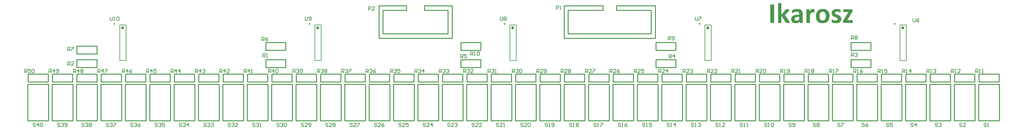
<source format=gto>
G04 Layer_Color=65535*
%FSLAX25Y25*%
%MOIN*%
G70*
G01*
G75*
%ADD12C,0.00787*%
%ADD22C,0.00984*%
%ADD23C,0.01575*%
%ADD24C,0.01000*%
%ADD25C,0.00800*%
G36*
X839972Y147906D02*
X840263Y147870D01*
X840336D01*
X840482Y147834D01*
X840700Y147797D01*
X840883Y147724D01*
X840919D01*
X840992Y147688D01*
X841101Y147615D01*
X841211Y147505D01*
X841247D01*
X841284Y147433D01*
X841320Y147360D01*
Y147250D01*
Y134894D01*
X845439Y140471D01*
X845475Y140507D01*
X845512Y140580D01*
X845694Y140799D01*
X845731Y140835D01*
X845803Y140872D01*
X845949Y140945D01*
X846132Y141017D01*
X846168D01*
X846314Y141054D01*
X846496Y141090D01*
X846751Y141127D01*
X846824D01*
X847043Y141163D01*
X847334Y141200D01*
X848100D01*
X848428Y141163D01*
X848756Y141127D01*
X848829D01*
X848975Y141090D01*
X849193Y141054D01*
X849376Y141017D01*
X849412D01*
X849521Y140981D01*
X849631Y140908D01*
X849740Y140835D01*
X849776Y140799D01*
X849813Y140762D01*
X849849Y140653D01*
Y140544D01*
Y140507D01*
Y140398D01*
X849776Y140216D01*
X849704Y140033D01*
X849667Y139997D01*
X849631Y139851D01*
X849521Y139669D01*
X849376Y139450D01*
X845293Y134821D01*
X850032Y127458D01*
X850068Y127422D01*
X850141Y127276D01*
X850214Y127094D01*
X850287Y126911D01*
X850323Y126875D01*
X850360Y126766D01*
X850396Y126620D01*
Y126474D01*
Y126437D01*
Y126401D01*
X850360Y126292D01*
X850287Y126219D01*
X850214Y126146D01*
X850105Y126109D01*
X849959Y126036D01*
X849922D01*
X849813Y126000D01*
X849594D01*
X849339Y125964D01*
X849266D01*
X849084Y125927D01*
X848756Y125891D01*
X847626D01*
X847298Y125927D01*
X847225D01*
X847079Y125964D01*
X846824D01*
X846605Y126000D01*
X846569D01*
X846459Y126036D01*
X846314Y126109D01*
X846204Y126182D01*
Y126219D01*
X846132Y126292D01*
X846059Y126401D01*
X845986Y126547D01*
X841320Y133946D01*
Y126510D01*
Y126474D01*
Y126401D01*
X841284Y126328D01*
X841211Y126219D01*
X841174D01*
X841138Y126146D01*
X841028Y126109D01*
X840883Y126036D01*
X840846D01*
X840737Y126000D01*
X840518D01*
X840263Y125964D01*
X840190D01*
X840008Y125927D01*
X839716Y125891D01*
X838987D01*
X838659Y125927D01*
X838331Y125964D01*
X838258D01*
X838113Y126000D01*
X837930D01*
X837748Y126036D01*
X837712D01*
X837639Y126073D01*
X837529Y126146D01*
X837420Y126219D01*
Y126255D01*
X837383Y126292D01*
X837347Y126510D01*
Y147250D01*
Y147287D01*
Y147323D01*
X837420Y147505D01*
X837456Y147542D01*
X837493Y147578D01*
X837602Y147651D01*
X837748Y147724D01*
X837784Y147761D01*
X837894Y147797D01*
X838076Y147834D01*
X838331Y147870D01*
X838404D01*
X838623Y147906D01*
X838914Y147943D01*
X839643D01*
X839972Y147906D01*
D02*
G37*
G36*
X859582Y141455D02*
X860019Y141418D01*
X860493Y141346D01*
X860967Y141273D01*
X861440Y141163D01*
X861477D01*
X861623Y141090D01*
X861841Y141017D01*
X862133Y140908D01*
X862716Y140580D01*
X863044Y140398D01*
X863336Y140143D01*
X863372Y140106D01*
X863445Y140033D01*
X863591Y139887D01*
X863773Y139669D01*
X863956Y139450D01*
X864138Y139158D01*
X864320Y138794D01*
X864466Y138429D01*
Y138393D01*
X864539Y138247D01*
X864575Y138029D01*
X864648Y137737D01*
X864721Y137336D01*
X864758Y136935D01*
X864830Y136425D01*
Y135914D01*
Y126474D01*
Y126437D01*
X864794Y126328D01*
X864758Y126219D01*
X864648Y126109D01*
X864612D01*
X864539Y126036D01*
X864357Y126000D01*
X864138Y125964D01*
X864065D01*
X863883Y125927D01*
X863591Y125891D01*
X862753D01*
X862425Y125927D01*
X862133Y125964D01*
X862097D01*
X861951Y126000D01*
X861805Y126036D01*
X861659Y126109D01*
X861623Y126146D01*
X861586Y126182D01*
X861550Y126292D01*
X861513Y126437D01*
Y127567D01*
X861477Y127531D01*
X861368Y127422D01*
X861185Y127239D01*
X860967Y127057D01*
X860675Y126838D01*
X860347Y126583D01*
X859946Y126365D01*
X859545Y126146D01*
X859509Y126109D01*
X859363Y126073D01*
X859144Y126000D01*
X858816Y125891D01*
X858452Y125781D01*
X858051Y125708D01*
X857613Y125672D01*
X857103Y125636D01*
X856702D01*
X856410Y125672D01*
X856082Y125708D01*
X855754Y125745D01*
X855025Y125927D01*
X854989D01*
X854879Y126000D01*
X854697Y126036D01*
X854478Y126146D01*
X853968Y126401D01*
X853421Y126766D01*
X853385Y126802D01*
X853312Y126875D01*
X853166Y126984D01*
X853021Y127166D01*
X852875Y127385D01*
X852693Y127604D01*
X852365Y128187D01*
Y128224D01*
X852291Y128333D01*
X852255Y128515D01*
X852182Y128770D01*
X852109Y129062D01*
X852073Y129390D01*
X852000Y129791D01*
Y130192D01*
Y130265D01*
Y130410D01*
X852036Y130629D01*
X852073Y130921D01*
X852109Y131249D01*
X852219Y131613D01*
X852328Y131978D01*
X852474Y132306D01*
X852510Y132342D01*
X852547Y132452D01*
X852693Y132634D01*
X852838Y132853D01*
X853021Y133071D01*
X853276Y133326D01*
X853567Y133582D01*
X853895Y133800D01*
X853932Y133837D01*
X854078Y133910D01*
X854260Y134019D01*
X854551Y134165D01*
X854879Y134311D01*
X855280Y134456D01*
X855754Y134602D01*
X856265Y134712D01*
X856338D01*
X856520Y134748D01*
X856811Y134821D01*
X857212Y134857D01*
X857686Y134930D01*
X858233Y134967D01*
X858889Y135003D01*
X860930D01*
Y135842D01*
Y135878D01*
Y135951D01*
Y136060D01*
Y136242D01*
X860857Y136607D01*
X860784Y136971D01*
Y137008D01*
X860748Y137044D01*
X860675Y137263D01*
X860529Y137555D01*
X860310Y137810D01*
X860274Y137883D01*
X860092Y137992D01*
X859837Y138138D01*
X859509Y138284D01*
X859472D01*
X859436Y138320D01*
X859326Y138356D01*
X859181Y138393D01*
X858780Y138429D01*
X858269Y138466D01*
X857905D01*
X857650Y138429D01*
X857103Y138356D01*
X856483Y138211D01*
X856447D01*
X856338Y138174D01*
X856192Y138138D01*
X856009Y138065D01*
X855572Y137919D01*
X855098Y137737D01*
X855062D01*
X854989Y137700D01*
X854879Y137664D01*
X854770Y137591D01*
X854442Y137445D01*
X854114Y137263D01*
X854041Y137227D01*
X853895Y137154D01*
X853677Y137081D01*
X853458Y137044D01*
X853349D01*
X853239Y137081D01*
X853130Y137154D01*
Y137190D01*
X853057Y137227D01*
X852911Y137445D01*
Y137482D01*
X852875Y137591D01*
X852838Y137737D01*
X852802Y137956D01*
Y137992D01*
Y138138D01*
X852765Y138356D01*
Y138612D01*
Y138648D01*
Y138685D01*
Y138903D01*
X852802Y139122D01*
X852838Y139377D01*
Y139414D01*
X852911Y139559D01*
X852984Y139705D01*
X853130Y139887D01*
X853166Y139924D01*
X853312Y140033D01*
X853531Y140216D01*
X853895Y140398D01*
X853932D01*
X854005Y140434D01*
X854114Y140507D01*
X854260Y140580D01*
X854661Y140726D01*
X855171Y140908D01*
X855208D01*
X855317Y140945D01*
X855463Y140981D01*
X855681Y141054D01*
X855900Y141127D01*
X856192Y141200D01*
X856811Y141309D01*
X856848D01*
X856957Y141346D01*
X857139Y141382D01*
X857358Y141418D01*
X857650D01*
X857941Y141455D01*
X858597Y141491D01*
X859181D01*
X859582Y141455D01*
D02*
G37*
G36*
X887757D02*
X888231Y141418D01*
X888741Y141346D01*
X889288Y141273D01*
X889835Y141127D01*
X890382Y140945D01*
X890455Y140908D01*
X890600Y140835D01*
X890856Y140726D01*
X891184Y140580D01*
X891548Y140361D01*
X891913Y140106D01*
X892277Y139815D01*
X892642Y139450D01*
X892678Y139414D01*
X892787Y139268D01*
X892970Y139049D01*
X893152Y138794D01*
X893371Y138429D01*
X893589Y137992D01*
X893808Y137518D01*
X893990Y137008D01*
X894027Y136935D01*
X894063Y136753D01*
X894136Y136461D01*
X894246Y136060D01*
X894318Y135550D01*
X894391Y135003D01*
X894428Y134383D01*
X894464Y133691D01*
Y133654D01*
Y133618D01*
Y133399D01*
X894428Y133035D01*
X894391Y132597D01*
X894355Y132124D01*
X894282Y131540D01*
X894136Y130994D01*
X893990Y130410D01*
X893954Y130338D01*
X893917Y130155D01*
X893772Y129900D01*
X893626Y129536D01*
X893444Y129135D01*
X893188Y128697D01*
X892897Y128260D01*
X892532Y127859D01*
X892496Y127822D01*
X892350Y127677D01*
X892168Y127495D01*
X891876Y127276D01*
X891512Y126984D01*
X891111Y126729D01*
X890637Y126474D01*
X890127Y126219D01*
X890054Y126182D01*
X889872Y126146D01*
X889580Y126036D01*
X889143Y125927D01*
X888669Y125818D01*
X888085Y125745D01*
X887429Y125672D01*
X886737Y125636D01*
X886409D01*
X886081Y125672D01*
X885643Y125708D01*
X885133Y125745D01*
X884586Y125854D01*
X884039Y125964D01*
X883493Y126146D01*
X883420Y126182D01*
X883274Y126255D01*
X883019Y126365D01*
X882691Y126510D01*
X882326Y126729D01*
X881925Y126984D01*
X881561Y127312D01*
X881196Y127640D01*
X881160Y127677D01*
X881051Y127822D01*
X880868Y128041D01*
X880686Y128333D01*
X880467Y128697D01*
X880249Y129098D01*
X880030Y129572D01*
X879848Y130082D01*
Y130155D01*
X879775Y130338D01*
X879702Y130629D01*
X879629Y131030D01*
X879556Y131540D01*
X879483Y132087D01*
X879447Y132707D01*
X879410Y133399D01*
Y133436D01*
Y133472D01*
Y133691D01*
X879447Y134055D01*
X879483Y134493D01*
X879520Y135003D01*
X879629Y135550D01*
X879738Y136097D01*
X879884Y136680D01*
X879921Y136753D01*
X879957Y136935D01*
X880103Y137227D01*
X880249Y137555D01*
X880431Y137956D01*
X880686Y138393D01*
X880978Y138830D01*
X881306Y139231D01*
X881342Y139268D01*
X881488Y139414D01*
X881707Y139596D01*
X881962Y139851D01*
X882326Y140106D01*
X882727Y140398D01*
X883201Y140653D01*
X883711Y140908D01*
X883784Y140945D01*
X883967Y141017D01*
X884258Y141090D01*
X884696Y141200D01*
X885169Y141309D01*
X885753Y141418D01*
X886409Y141455D01*
X887101Y141491D01*
X887429D01*
X887757Y141455D01*
D02*
G37*
G36*
X831734Y146449D02*
X832062Y146412D01*
X832135D01*
X832281Y146376D01*
X832499Y146339D01*
X832681Y146303D01*
X832718D01*
X832827Y146266D01*
X832937Y146193D01*
X833046Y146084D01*
X833082Y146047D01*
X833119Y146011D01*
X833155Y145902D01*
Y145792D01*
Y126547D01*
Y126510D01*
Y126437D01*
X833119Y126328D01*
X833046Y126219D01*
X833010D01*
X832973Y126146D01*
X832864Y126109D01*
X832681Y126036D01*
X832645D01*
X832536Y126000D01*
X832317D01*
X832062Y125964D01*
X831989D01*
X831807Y125927D01*
X831479Y125891D01*
X830713D01*
X830385Y125927D01*
X830057Y125964D01*
X829984D01*
X829838Y126000D01*
X829620D01*
X829401Y126036D01*
X829364D01*
X829292Y126073D01*
X829182Y126146D01*
X829073Y126219D01*
Y126255D01*
X829036Y126328D01*
X829000Y126547D01*
Y145792D01*
Y145829D01*
Y145902D01*
X829073Y146084D01*
X829109Y146120D01*
X829146Y146157D01*
X829292Y146230D01*
X829437Y146303D01*
X829474D01*
X829620Y146339D01*
X829802Y146376D01*
X830057Y146412D01*
X830130D01*
X830349Y146449D01*
X830640Y146485D01*
X831406D01*
X831734Y146449D01*
D02*
G37*
G36*
X919396Y141054D02*
X919433D01*
X919505Y141017D01*
X919578Y140981D01*
X919651Y140872D01*
X919688Y140835D01*
X919724Y140799D01*
X919761Y140689D01*
X919833Y140544D01*
Y140507D01*
X919870Y140398D01*
X919906Y140216D01*
Y139997D01*
Y139231D01*
Y139195D01*
Y139049D01*
Y138830D01*
X919870Y138648D01*
Y138612D01*
X919833Y138502D01*
X919797Y138356D01*
X919761Y138211D01*
Y138174D01*
X919724Y138065D01*
X919651Y137919D01*
X919578Y137773D01*
Y137737D01*
X919505Y137627D01*
X919433Y137482D01*
X919323Y137300D01*
X914111Y129171D01*
X919688D01*
X919870Y129098D01*
X919906D01*
X919943Y129025D01*
X920016Y128952D01*
X920089Y128843D01*
X920125Y128807D01*
X920161Y128734D01*
X920198Y128588D01*
X920234Y128369D01*
Y128333D01*
X920271Y128150D01*
X920307Y127932D01*
Y127604D01*
Y127567D01*
Y127531D01*
Y127312D01*
X920271Y127057D01*
X920234Y126802D01*
Y126766D01*
X920198Y126620D01*
X920161Y126474D01*
X920125Y126292D01*
Y126255D01*
X920089Y126182D01*
X920016Y126109D01*
X919906Y126036D01*
X919833D01*
X919615Y126000D01*
X910393D01*
X910211Y126036D01*
X909992Y126109D01*
X909810Y126255D01*
X909773Y126328D01*
X909700Y126474D01*
X909627Y126766D01*
X909591Y127203D01*
Y127932D01*
Y127968D01*
Y128078D01*
Y128224D01*
Y128406D01*
Y128442D01*
X909627Y128551D01*
X909700Y128843D01*
Y128879D01*
X909737Y128989D01*
X909810Y129135D01*
X909883Y129280D01*
X909919Y129317D01*
X909956Y129426D01*
X910065Y129572D01*
X910174Y129791D01*
X915459Y137956D01*
X910429D01*
X910283Y137992D01*
X910101Y138101D01*
X909956Y138320D01*
Y138356D01*
X909919Y138393D01*
Y138466D01*
X909883Y138612D01*
X909846Y138758D01*
Y138976D01*
X909810Y139231D01*
Y139523D01*
Y139559D01*
Y139596D01*
Y139778D01*
Y140033D01*
X909846Y140252D01*
Y140325D01*
X909883Y140434D01*
X909919Y140617D01*
X909956Y140762D01*
Y140799D01*
X909992Y140872D01*
X910065Y140945D01*
X910138Y141017D01*
X910174Y141054D01*
X910247Y141090D01*
X910356Y141127D01*
X919177D01*
X919396Y141054D01*
D02*
G37*
G36*
X903358Y141455D02*
X903832Y141382D01*
X903941D01*
X904051Y141346D01*
X904196Y141309D01*
X904561Y141236D01*
X904962Y141127D01*
X904998D01*
X905035Y141090D01*
X905253Y141017D01*
X905545Y140945D01*
X905800Y140799D01*
X905873Y140762D01*
X906019Y140726D01*
X906165Y140617D01*
X906310Y140544D01*
X906347D01*
X906383Y140471D01*
X906456Y140398D01*
X906493Y140288D01*
Y140252D01*
X906529Y140216D01*
X906602Y139997D01*
Y139960D01*
X906639Y139887D01*
Y139778D01*
X906675Y139596D01*
Y139559D01*
X906711Y139450D01*
Y139268D01*
Y139013D01*
Y138940D01*
Y138758D01*
Y138539D01*
X906675Y138284D01*
Y138247D01*
X906639Y138138D01*
X906602Y137992D01*
X906566Y137883D01*
Y137846D01*
X906529Y137810D01*
X906420Y137664D01*
X906383D01*
X906238Y137627D01*
X906201D01*
X906128Y137664D01*
X905982Y137700D01*
X905764Y137773D01*
X905727Y137810D01*
X905581Y137883D01*
X905326Y137992D01*
X905035Y138138D01*
X904998D01*
X904962Y138174D01*
X904743Y138247D01*
X904415Y138356D01*
X903978Y138502D01*
X903941D01*
X903868Y138539D01*
X903759Y138575D01*
X903613Y138612D01*
X903176Y138648D01*
X902666Y138685D01*
X902337D01*
X902046Y138612D01*
X901718Y138539D01*
X901645Y138502D01*
X901499Y138466D01*
X901280Y138356D01*
X901062Y138211D01*
X901025Y138174D01*
X900916Y138101D01*
X900807Y137919D01*
X900697Y137737D01*
Y137700D01*
X900661Y137555D01*
X900624Y137372D01*
X900588Y137154D01*
Y137117D01*
Y137081D01*
X900624Y136862D01*
X900697Y136607D01*
X900879Y136352D01*
X900916Y136315D01*
X901098Y136170D01*
X901317Y135951D01*
X901645Y135769D01*
X901681D01*
X901718Y135732D01*
X901827Y135696D01*
X901973Y135623D01*
X902337Y135477D01*
X902775Y135295D01*
X902811D01*
X902884Y135258D01*
X902993Y135222D01*
X903176Y135149D01*
X903577Y135003D01*
X904014Y134821D01*
X904051D01*
X904123Y134784D01*
X904269Y134712D01*
X904415Y134639D01*
X904816Y134456D01*
X905290Y134201D01*
X905326D01*
X905399Y134128D01*
X905509Y134055D01*
X905654Y133983D01*
X906019Y133727D01*
X906383Y133363D01*
X906420Y133326D01*
X906456Y133290D01*
X906566Y133181D01*
X906675Y133035D01*
X906930Y132634D01*
X907185Y132124D01*
Y132087D01*
X907222Y132014D01*
X907295Y131869D01*
X907368Y131650D01*
X907404Y131431D01*
X907477Y131140D01*
X907513Y130483D01*
Y130447D01*
Y130265D01*
X907477Y130046D01*
X907440Y129754D01*
X907404Y129426D01*
X907331Y129098D01*
X907185Y128734D01*
X907040Y128369D01*
X907003Y128333D01*
X906966Y128224D01*
X906857Y128041D01*
X906711Y127822D01*
X906529Y127604D01*
X906310Y127349D01*
X906055Y127094D01*
X905764Y126838D01*
X905727Y126802D01*
X905618Y126729D01*
X905436Y126620D01*
X905217Y126510D01*
X904925Y126328D01*
X904597Y126182D01*
X904233Y126036D01*
X903832Y125927D01*
X903795D01*
X903650Y125891D01*
X903431Y125854D01*
X903139Y125781D01*
X902775Y125745D01*
X902374Y125672D01*
X901900Y125636D01*
X901134D01*
X900952Y125672D01*
X900442Y125708D01*
X899895Y125781D01*
X899859D01*
X899786Y125818D01*
X899640D01*
X899494Y125854D01*
X899057Y125927D01*
X898619Y126036D01*
X898583D01*
X898547Y126073D01*
X898291Y126146D01*
X898000Y126255D01*
X897672Y126401D01*
X897599Y126437D01*
X897453Y126510D01*
X897271Y126620D01*
X897125Y126766D01*
X897089Y126802D01*
X897052Y126911D01*
X896943Y127057D01*
X896870Y127276D01*
Y127349D01*
X896834Y127531D01*
X896797Y127859D01*
Y128333D01*
Y128369D01*
Y128406D01*
Y128588D01*
Y128807D01*
Y129025D01*
Y129062D01*
X896834Y129208D01*
X896870Y129317D01*
X896906Y129463D01*
Y129499D01*
X896943Y129572D01*
X897016Y129645D01*
X897052Y129718D01*
X897089D01*
X897125Y129754D01*
X897307Y129791D01*
X897344D01*
X897417Y129754D01*
X897562Y129718D01*
X897781Y129572D01*
X897854Y129536D01*
X898036Y129463D01*
X898291Y129317D01*
X898656Y129135D01*
X898692D01*
X898765Y129098D01*
X898838Y129062D01*
X898984Y128989D01*
X899349Y128843D01*
X899822Y128697D01*
X899859D01*
X899932Y128661D01*
X900078Y128624D01*
X900260D01*
X900478Y128588D01*
X900734Y128551D01*
X901353Y128515D01*
X901645D01*
X901936Y128551D01*
X902264Y128624D01*
X902301D01*
X902337Y128661D01*
X902520Y128697D01*
X902775Y128807D01*
X902993Y128916D01*
X903066Y128952D01*
X903176Y129062D01*
X903322Y129208D01*
X903467Y129426D01*
X903504Y129499D01*
X903577Y129645D01*
X903613Y129864D01*
X903650Y130155D01*
Y130192D01*
Y130228D01*
X903613Y130447D01*
X903540Y130702D01*
X903358Y130957D01*
X903322Y131030D01*
X903139Y131176D01*
X902884Y131358D01*
X902556Y131577D01*
X902520D01*
X902483Y131613D01*
X902374Y131686D01*
X902228Y131723D01*
X901900Y131869D01*
X901463Y132051D01*
X901426D01*
X901353Y132087D01*
X901244Y132124D01*
X901098Y132196D01*
X900697Y132342D01*
X900223Y132525D01*
X900187D01*
X900114Y132561D01*
X900005Y132634D01*
X899822Y132707D01*
X899458Y132925D01*
X898984Y133144D01*
X898948D01*
X898875Y133217D01*
X898765Y133290D01*
X898619Y133399D01*
X898291Y133654D01*
X897890Y133983D01*
X897854Y134019D01*
X897818Y134092D01*
X897708Y134165D01*
X897635Y134311D01*
X897380Y134712D01*
X897125Y135185D01*
Y135222D01*
X897089Y135331D01*
X897052Y135477D01*
X897016Y135696D01*
X896943Y135951D01*
X896906Y136242D01*
X896870Y136571D01*
Y136935D01*
Y136971D01*
Y137117D01*
X896906Y137300D01*
Y137518D01*
X896943Y137810D01*
X897016Y138138D01*
X897234Y138758D01*
X897271Y138794D01*
X897307Y138903D01*
X897417Y139049D01*
X897526Y139268D01*
X897890Y139705D01*
X898364Y140179D01*
X898401Y140216D01*
X898510Y140288D01*
X898656Y140398D01*
X898875Y140544D01*
X899130Y140689D01*
X899458Y140835D01*
X899822Y140981D01*
X900187Y141127D01*
X900223D01*
X900369Y141200D01*
X900588Y141236D01*
X900879Y141309D01*
X901244Y141382D01*
X901645Y141418D01*
X902082Y141491D01*
X902957D01*
X903358Y141455D01*
D02*
G37*
G36*
X876312D02*
X876349D01*
X876458Y141418D01*
X876640Y141382D01*
X876822Y141346D01*
X876859D01*
X876968Y141309D01*
X877260Y141236D01*
X877296D01*
X877369Y141200D01*
X877442Y141163D01*
X877515Y141090D01*
X877551D01*
X877588Y141054D01*
X877661Y140908D01*
X877697Y140835D01*
Y140762D01*
X877734Y140653D01*
Y140617D01*
X877770Y140544D01*
Y140398D01*
Y140179D01*
Y140106D01*
X877807Y139960D01*
Y139669D01*
Y139268D01*
Y139231D01*
Y139158D01*
Y138940D01*
Y138612D01*
X877770Y138320D01*
Y138284D01*
X877734Y138138D01*
X877697Y137956D01*
X877661Y137773D01*
Y137737D01*
X877624Y137664D01*
X877551Y137555D01*
X877479Y137482D01*
X877406Y137445D01*
X877333Y137409D01*
X877150D01*
X876932Y137445D01*
X876895D01*
X876822Y137482D01*
X876713Y137518D01*
X876567Y137555D01*
X876531D01*
X876458Y137591D01*
X876312Y137664D01*
X876130Y137700D01*
X876093D01*
X875984Y137737D01*
X875838Y137773D01*
X875437D01*
X875219Y137700D01*
X874963Y137627D01*
X874891Y137591D01*
X874745Y137518D01*
X874526Y137372D01*
X874271Y137190D01*
X874198Y137154D01*
X874052Y136971D01*
X873833Y136753D01*
X873542Y136425D01*
Y136388D01*
X873469Y136352D01*
X873396Y136242D01*
X873323Y136097D01*
X873068Y135732D01*
X872740Y135258D01*
Y126510D01*
Y126474D01*
Y126401D01*
X872703Y126328D01*
X872631Y126219D01*
X872594D01*
X872558Y126146D01*
X872448Y126109D01*
X872303Y126036D01*
X872266D01*
X872157Y126000D01*
X871938D01*
X871683Y125964D01*
X871610D01*
X871428Y125927D01*
X871136Y125891D01*
X870407D01*
X870079Y125927D01*
X869751Y125964D01*
X869678D01*
X869532Y126000D01*
X869350D01*
X869168Y126036D01*
X869131D01*
X869059Y126073D01*
X868949Y126146D01*
X868840Y126219D01*
Y126255D01*
X868803Y126292D01*
X868767Y126510D01*
Y140544D01*
Y140580D01*
Y140653D01*
X868840Y140835D01*
Y140872D01*
X868913Y140908D01*
X868986Y140945D01*
X869095Y141017D01*
X869131D01*
X869241Y141054D01*
X869423Y141090D01*
X869642Y141127D01*
X869715D01*
X869860Y141163D01*
X870116Y141200D01*
X870735D01*
X871027Y141163D01*
X871282Y141127D01*
X871355D01*
X871464Y141090D01*
X871646Y141054D01*
X871792Y141017D01*
X871829D01*
X871902Y140981D01*
X871975Y140908D01*
X872048Y140835D01*
X872084Y140799D01*
X872120Y140762D01*
X872157Y140653D01*
Y140544D01*
Y138794D01*
X872193Y138830D01*
X872266Y138940D01*
X872339Y139085D01*
X872485Y139268D01*
X872813Y139705D01*
X873177Y140106D01*
X873214Y140143D01*
X873250Y140179D01*
X873505Y140398D01*
X873797Y140653D01*
X874125Y140908D01*
X874162D01*
X874198Y140945D01*
X874417Y141090D01*
X874672Y141236D01*
X875000Y141346D01*
X875036D01*
X875073Y141382D01*
X875292Y141418D01*
X875547Y141455D01*
X875875Y141491D01*
X876166D01*
X876312Y141455D01*
D02*
G37*
%LPC*%
G36*
X860930Y132525D02*
X858852D01*
X858306Y132452D01*
X857759Y132379D01*
X857723D01*
X857650Y132342D01*
X857540Y132306D01*
X857395Y132269D01*
X857030Y132124D01*
X856666Y131941D01*
X856593Y131905D01*
X856410Y131759D01*
X856228Y131540D01*
X856046Y131249D01*
X856009Y131176D01*
X855973Y130994D01*
X855900Y130702D01*
X855864Y130338D01*
Y130301D01*
Y130192D01*
X855900Y130009D01*
X855937Y129827D01*
X856009Y129609D01*
X856082Y129353D01*
X856228Y129135D01*
X856410Y128916D01*
X856447Y128879D01*
X856520Y128843D01*
X856629Y128770D01*
X856811Y128697D01*
X857030Y128588D01*
X857285Y128515D01*
X857577Y128479D01*
X857941Y128442D01*
X858087D01*
X858233Y128479D01*
X858452D01*
X858925Y128624D01*
X859217Y128697D01*
X859472Y128843D01*
X859509Y128879D01*
X859582Y128916D01*
X859727Y129025D01*
X859946Y129171D01*
X860165Y129353D01*
X860384Y129572D01*
X860675Y129827D01*
X860930Y130119D01*
Y132525D01*
D02*
G37*
G36*
X887320Y138356D02*
X886627D01*
X886445Y138320D01*
X885935Y138211D01*
X885388Y138029D01*
X885352D01*
X885279Y137956D01*
X885169Y137883D01*
X885024Y137773D01*
X884659Y137482D01*
X884295Y137081D01*
Y137044D01*
X884222Y136971D01*
X884149Y136826D01*
X884076Y136680D01*
X883967Y136461D01*
X883857Y136206D01*
X883675Y135586D01*
Y135550D01*
X883639Y135441D01*
X883602Y135258D01*
Y135003D01*
X883566Y134712D01*
X883529Y134383D01*
X883493Y133983D01*
Y133582D01*
Y133545D01*
Y133399D01*
Y133217D01*
X883529Y132962D01*
Y132634D01*
X883566Y132306D01*
X883639Y131650D01*
Y131613D01*
X883675Y131504D01*
X883711Y131322D01*
X883784Y131140D01*
X883930Y130629D01*
X884185Y130119D01*
X884222Y130082D01*
X884258Y130009D01*
X884331Y129900D01*
X884477Y129754D01*
X884805Y129426D01*
X885242Y129135D01*
X885279D01*
X885352Y129098D01*
X885497Y129025D01*
X885680Y128989D01*
X885935Y128916D01*
X886226Y128843D01*
X886518Y128807D01*
X887211D01*
X887429Y128843D01*
X887940Y128916D01*
X888450Y129098D01*
X888486D01*
X888559Y129171D01*
X888669Y129244D01*
X888815Y129353D01*
X889179Y129645D01*
X889507Y130046D01*
X889543Y130082D01*
X889580Y130155D01*
X889653Y130301D01*
X889762Y130483D01*
X889872Y130702D01*
X889981Y130957D01*
X890163Y131540D01*
Y131577D01*
X890200Y131686D01*
X890236Y131869D01*
X890273Y132124D01*
X890309Y132415D01*
X890345Y132743D01*
X890382Y133144D01*
Y133545D01*
Y133582D01*
Y133727D01*
Y133910D01*
X890345Y134165D01*
Y134456D01*
X890309Y134784D01*
X890200Y135441D01*
Y135477D01*
X890163Y135586D01*
X890127Y135769D01*
X890054Y135951D01*
X889872Y136461D01*
X889616Y136971D01*
Y137008D01*
X889543Y137081D01*
X889471Y137190D01*
X889361Y137336D01*
X889033Y137664D01*
X888596Y137992D01*
X888559D01*
X888486Y138065D01*
X888341Y138101D01*
X888158Y138174D01*
X887903Y138247D01*
X887612Y138284D01*
X887320Y138356D01*
D02*
G37*
%LPD*%
D12*
X972457Y84315D02*
Y123685D01*
X979543Y84315D02*
Y123685D01*
X972457D02*
X979543D01*
X972457Y84315D02*
X979543D01*
X756457D02*
Y123685D01*
X763543Y84315D02*
Y123685D01*
X756457D02*
X763543D01*
X756457Y84315D02*
X763543D01*
X540457D02*
Y123685D01*
X547543Y84315D02*
Y123685D01*
X540457D02*
X547543D01*
X540457Y84315D02*
X547543D01*
X324457D02*
Y123685D01*
X331543Y84315D02*
Y123685D01*
X324457D02*
X331543D01*
X324457Y84315D02*
X331543D01*
X108457D02*
Y123685D01*
X115543Y84315D02*
Y123685D01*
X108457D02*
X115543D01*
X108457Y84315D02*
X115543D01*
D22*
X967043Y124846D02*
G03*
X967043Y124846I-492J0D01*
G01*
X751043D02*
G03*
X751043Y124846I-492J0D01*
G01*
X535043D02*
G03*
X535043Y124846I-492J0D01*
G01*
X319043D02*
G03*
X319043Y124846I-492J0D01*
G01*
X103043D02*
G03*
X103043Y124846I-492J0D01*
G01*
D23*
X976394Y120535D02*
G03*
X976394Y120535I-787J0D01*
G01*
X760394D02*
G03*
X760394Y120535I-787J0D01*
G01*
X544394D02*
G03*
X544394Y120535I-787J0D01*
G01*
X328394D02*
G03*
X328394Y120535I-787J0D01*
G01*
X112394D02*
G03*
X112394Y120535I-787J0D01*
G01*
D24*
X702283Y85331D02*
X724331D01*
Y76669D02*
Y85331D01*
X702283Y76669D02*
X724331D01*
X702283D02*
Y85331D01*
Y104331D02*
X724331D01*
Y95669D02*
Y104331D01*
X702283Y95669D02*
X724331D01*
X702283D02*
Y104331D01*
X60976Y85331D02*
X83024D01*
Y76669D02*
Y85331D01*
X60976Y76669D02*
X83024D01*
X60976D02*
Y85331D01*
Y100331D02*
X83024D01*
Y91669D02*
Y100331D01*
X60976Y91669D02*
X83024D01*
X60976D02*
Y100331D01*
X270284Y85331D02*
X292331D01*
Y76669D02*
Y85331D01*
X270284Y76669D02*
X292331D01*
X270284D02*
Y85331D01*
Y104331D02*
X292331D01*
Y95669D02*
Y104331D01*
X270284Y95669D02*
X292331D01*
X270284D02*
Y104331D01*
X701500Y109000D02*
Y145000D01*
X600500Y109000D02*
X701500D01*
X600500Y145000D02*
X643500D01*
X600500Y109000D02*
Y145000D01*
X658500D02*
X701500D01*
X658500Y140000D02*
Y145000D01*
Y140000D02*
X697000D01*
Y114000D02*
Y140000D01*
X605000Y114000D02*
X697000D01*
X605000D02*
Y140000D01*
X643500D01*
Y145000D01*
X426000Y140000D02*
Y145000D01*
X400000Y140000D02*
X426000D01*
X400000Y114000D02*
Y140000D01*
Y114000D02*
X472000D01*
Y140000D01*
X446000D02*
X472000D01*
X446000D02*
Y145000D01*
X476500D01*
X395500Y109000D02*
Y145000D01*
X426000D01*
X395500Y109000D02*
X476500D01*
Y145000D01*
X486283Y85331D02*
X508331D01*
Y76669D02*
Y85331D01*
X486283Y76669D02*
X508331D01*
X486283D02*
Y85331D01*
Y104331D02*
X508331D01*
Y95669D02*
Y104331D01*
X486283Y95669D02*
X508331D01*
X486283D02*
Y104331D01*
X6583Y57906D02*
X29417D01*
Y37827D02*
Y57906D01*
X6583Y17748D02*
X29417D01*
Y37827D01*
X6583Y17748D02*
Y37827D01*
Y57906D01*
X33583D02*
X56417D01*
Y37827D02*
Y57906D01*
X33583Y17748D02*
X56417D01*
Y37827D01*
X33583Y17748D02*
Y37827D01*
Y57906D01*
X60583D02*
X83417D01*
Y37827D02*
Y57906D01*
X60583Y17748D02*
X83417D01*
Y37827D01*
X60583Y17748D02*
Y37827D01*
Y57906D01*
X87583D02*
X110417D01*
Y37827D02*
Y57906D01*
X87583Y17748D02*
X110417D01*
Y37827D01*
X87583Y17748D02*
Y37827D01*
Y57906D01*
X114583D02*
X137417D01*
Y37827D02*
Y57906D01*
X114583Y17748D02*
X137417D01*
Y37827D01*
X114583Y17748D02*
Y37827D01*
Y57906D01*
X141583D02*
X164417D01*
Y37827D02*
Y57906D01*
X141583Y17748D02*
X164417D01*
Y37827D01*
X141583Y17748D02*
Y37827D01*
Y57906D01*
X168583D02*
X191417D01*
Y37827D02*
Y57906D01*
X168583Y17748D02*
X191417D01*
Y37827D01*
X168583Y17748D02*
Y37827D01*
Y57906D01*
X195583D02*
X218417D01*
Y37827D02*
Y57906D01*
X195583Y17748D02*
X218417D01*
Y37827D01*
X195583Y17748D02*
Y37827D01*
Y57906D01*
X222583D02*
X245417D01*
Y37827D02*
Y57906D01*
X222583Y17748D02*
X245417D01*
Y37827D01*
X222583Y17748D02*
Y37827D01*
Y57906D01*
X249583D02*
X272417D01*
Y37827D02*
Y57906D01*
X249583Y17748D02*
X272417D01*
Y37827D01*
X249583Y17748D02*
Y37827D01*
Y57906D01*
X276583D02*
X299417D01*
Y37827D02*
Y57906D01*
X276583Y17748D02*
X299417D01*
Y37827D01*
X276583Y17748D02*
Y37827D01*
Y57906D01*
X303583D02*
X326417D01*
Y37827D02*
Y57906D01*
X303583Y17748D02*
X326417D01*
Y37827D01*
X303583Y17748D02*
Y37827D01*
Y57906D01*
X330583D02*
X353417D01*
Y37827D02*
Y57906D01*
X330583Y17748D02*
X353417D01*
Y37827D01*
X330583Y17748D02*
Y37827D01*
Y57906D01*
X357583D02*
X380417D01*
Y37827D02*
Y57906D01*
X357583Y17748D02*
X380417D01*
Y37827D01*
X357583Y17748D02*
Y37827D01*
Y57906D01*
X384583D02*
X407417D01*
Y37827D02*
Y57906D01*
X384583Y17748D02*
X407417D01*
Y37827D01*
X384583Y17748D02*
Y37827D01*
Y57906D01*
X411583D02*
X434417D01*
Y37827D02*
Y57906D01*
X411583Y17748D02*
X434417D01*
Y37827D01*
X411583Y17748D02*
Y37827D01*
Y57906D01*
X438583D02*
X461417D01*
Y37827D02*
Y57906D01*
X438583Y17748D02*
X461417D01*
Y37827D01*
X438583Y17748D02*
Y37827D01*
Y57906D01*
X465583D02*
X488417D01*
Y37827D02*
Y57906D01*
X465583Y17748D02*
X488417D01*
Y37827D01*
X465583Y17748D02*
Y37827D01*
Y57906D01*
X492583D02*
X515417D01*
Y37827D02*
Y57906D01*
X492583Y17748D02*
X515417D01*
Y37827D01*
X492583Y17748D02*
Y37827D01*
Y57906D01*
X519583D02*
X542417D01*
Y37827D02*
Y57906D01*
X519583Y17748D02*
X542417D01*
Y37827D01*
X519583Y17748D02*
Y37827D01*
Y57906D01*
X546583D02*
X569417D01*
Y37827D02*
Y57906D01*
X546583Y17748D02*
X569417D01*
Y37827D01*
X546583Y17748D02*
Y37827D01*
Y57906D01*
X573583D02*
X596417D01*
Y37827D02*
Y57906D01*
X573583Y17748D02*
X596417D01*
Y37827D01*
X573583Y17748D02*
Y37827D01*
Y57906D01*
X600583D02*
X623417D01*
Y37827D02*
Y57906D01*
X600583Y17748D02*
X623417D01*
Y37827D01*
X600583Y17748D02*
Y37827D01*
Y57906D01*
X627583D02*
X650417D01*
Y37827D02*
Y57906D01*
X627583Y17748D02*
X650417D01*
Y37827D01*
X627583Y17748D02*
Y37827D01*
Y57906D01*
X654583D02*
X677417D01*
Y37827D02*
Y57906D01*
X654583Y17748D02*
X677417D01*
Y37827D01*
X654583Y17748D02*
Y37827D01*
Y57906D01*
X681583D02*
X704417D01*
Y37827D02*
Y57906D01*
X681583Y17748D02*
X704417D01*
Y37827D01*
X681583Y17748D02*
Y37827D01*
Y57906D01*
X708583D02*
X731417D01*
Y37827D02*
Y57906D01*
X708583Y17748D02*
X731417D01*
Y37827D01*
X708583Y17748D02*
Y37827D01*
Y57906D01*
X735583D02*
X758417D01*
Y37827D02*
Y57906D01*
X735583Y17748D02*
X758417D01*
Y37827D01*
X735583Y17748D02*
Y37827D01*
Y57906D01*
X762583D02*
X785417D01*
Y37827D02*
Y57906D01*
X762583Y17748D02*
X785417D01*
Y37827D01*
X762583Y17748D02*
Y37827D01*
Y57906D01*
X789583D02*
X812417D01*
Y37827D02*
Y57906D01*
X789583Y17748D02*
X812417D01*
Y37827D01*
X789583Y17748D02*
Y37827D01*
Y57906D01*
X816583D02*
X839417D01*
Y37827D02*
Y57906D01*
X816583Y17748D02*
X839417D01*
Y37827D01*
X816583Y17748D02*
Y37827D01*
Y57906D01*
X843583D02*
X866417D01*
Y37827D02*
Y57906D01*
X843583Y17748D02*
X866417D01*
Y37827D01*
X843583Y17748D02*
Y37827D01*
Y57906D01*
X870583D02*
X893417D01*
Y37827D02*
Y57906D01*
X870583Y17748D02*
X893417D01*
Y37827D01*
X870583Y17748D02*
Y37827D01*
Y57906D01*
X897583D02*
X920417D01*
Y37827D02*
Y57906D01*
X897583Y17748D02*
X920417D01*
Y37827D01*
X897583Y17748D02*
Y37827D01*
Y57906D01*
X924583D02*
X947417D01*
Y37827D02*
Y57906D01*
X924583Y17748D02*
X947417D01*
Y37827D01*
X924583Y17748D02*
Y37827D01*
Y57906D01*
X951583D02*
X974417D01*
Y37827D02*
Y57906D01*
X951583Y17748D02*
X974417D01*
Y37827D01*
X951583Y17748D02*
Y37827D01*
Y57906D01*
X978583D02*
X1001417D01*
Y37827D02*
Y57906D01*
X978583Y17748D02*
X1001417D01*
Y37827D01*
X978583Y17748D02*
Y37827D01*
Y57906D01*
X1005583D02*
X1028417D01*
Y37827D02*
Y57906D01*
X1005583Y17748D02*
X1028417D01*
Y37827D01*
X1005583Y17748D02*
Y37827D01*
Y57906D01*
X1032583D02*
X1055417D01*
Y37827D02*
Y57906D01*
X1032583Y17748D02*
X1055417D01*
Y37827D01*
X1032583Y17748D02*
Y37827D01*
Y57906D01*
X1059583D02*
X1082417D01*
Y37827D02*
Y57906D01*
X1059583Y17748D02*
X1082417D01*
Y37827D01*
X1059583Y17748D02*
Y37827D01*
Y57906D01*
X6976Y69331D02*
X29024D01*
Y60669D02*
Y69331D01*
X6976Y60669D02*
X29024D01*
X6976D02*
Y69331D01*
X33976D02*
X56024D01*
Y60669D02*
Y69331D01*
X33976Y60669D02*
X56024D01*
X33976D02*
Y69331D01*
X60976D02*
X83024D01*
Y60669D02*
Y69331D01*
X60976Y60669D02*
X83024D01*
X60976D02*
Y69331D01*
X87976D02*
X110024D01*
Y60669D02*
Y69331D01*
X87976Y60669D02*
X110024D01*
X87976D02*
Y69331D01*
X114976D02*
X137024D01*
Y60669D02*
Y69331D01*
X114976Y60669D02*
X137024D01*
X114976D02*
Y69331D01*
X141976D02*
X164024D01*
Y60669D02*
Y69331D01*
X141976Y60669D02*
X164024D01*
X141976D02*
Y69331D01*
X168976D02*
X191024D01*
Y60669D02*
Y69331D01*
X168976Y60669D02*
X191024D01*
X168976D02*
Y69331D01*
X195976D02*
X218024D01*
Y60669D02*
Y69331D01*
X195976Y60669D02*
X218024D01*
X195976D02*
Y69331D01*
X222976D02*
X245024D01*
Y60669D02*
Y69331D01*
X222976Y60669D02*
X245024D01*
X222976D02*
Y69331D01*
X249976D02*
X272024D01*
Y60669D02*
Y69331D01*
X249976Y60669D02*
X272024D01*
X249976D02*
Y69331D01*
X276976D02*
X299024D01*
Y60669D02*
Y69331D01*
X276976Y60669D02*
X299024D01*
X276976D02*
Y69331D01*
X303976D02*
X326024D01*
Y60669D02*
Y69331D01*
X303976Y60669D02*
X326024D01*
X303976D02*
Y69331D01*
X330976D02*
X353024D01*
Y60669D02*
Y69331D01*
X330976Y60669D02*
X353024D01*
X330976D02*
Y69331D01*
X357976D02*
X380024D01*
Y60669D02*
Y69331D01*
X357976Y60669D02*
X380024D01*
X357976D02*
Y69331D01*
X384976D02*
X407024D01*
Y60669D02*
Y69331D01*
X384976Y60669D02*
X407024D01*
X384976D02*
Y69331D01*
X411976D02*
X434024D01*
Y60669D02*
Y69331D01*
X411976Y60669D02*
X434024D01*
X411976D02*
Y69331D01*
X438976D02*
X461024D01*
Y60669D02*
Y69331D01*
X438976Y60669D02*
X461024D01*
X438976D02*
Y69331D01*
X465976D02*
X488024D01*
Y60669D02*
Y69331D01*
X465976Y60669D02*
X488024D01*
X465976D02*
Y69331D01*
X492976D02*
X515024D01*
Y60669D02*
Y69331D01*
X492976Y60669D02*
X515024D01*
X492976D02*
Y69331D01*
X519976D02*
X542024D01*
Y60669D02*
Y69331D01*
X519976Y60669D02*
X542024D01*
X519976D02*
Y69331D01*
X546976D02*
X569024D01*
Y60669D02*
Y69331D01*
X546976Y60669D02*
X569024D01*
X546976D02*
Y69331D01*
X573976D02*
X596024D01*
Y60669D02*
Y69331D01*
X573976Y60669D02*
X596024D01*
X573976D02*
Y69331D01*
X600976D02*
X623024D01*
Y60669D02*
Y69331D01*
X600976Y60669D02*
X623024D01*
X600976D02*
Y69331D01*
X627976D02*
X650024D01*
Y60669D02*
Y69331D01*
X627976Y60669D02*
X650024D01*
X627976D02*
Y69331D01*
X654976D02*
X677024D01*
Y60669D02*
Y69331D01*
X654976Y60669D02*
X677024D01*
X654976D02*
Y69331D01*
X681976D02*
X704024D01*
Y60669D02*
Y69331D01*
X681976Y60669D02*
X704024D01*
X681976D02*
Y69331D01*
X708976D02*
X731024D01*
Y60669D02*
Y69331D01*
X708976Y60669D02*
X731024D01*
X708976D02*
Y69331D01*
X735976D02*
X758024D01*
Y60669D02*
Y69331D01*
X735976Y60669D02*
X758024D01*
X735976D02*
Y69331D01*
X762976D02*
X785024D01*
Y60669D02*
Y69331D01*
X762976Y60669D02*
X785024D01*
X762976D02*
Y69331D01*
X789976D02*
X812024D01*
Y60669D02*
Y69331D01*
X789976Y60669D02*
X812024D01*
X789976D02*
Y69331D01*
X816976D02*
X839024D01*
Y60669D02*
Y69331D01*
X816976Y60669D02*
X839024D01*
X816976D02*
Y69331D01*
X843976D02*
X866024D01*
Y60669D02*
Y69331D01*
X843976Y60669D02*
X866024D01*
X843976D02*
Y69331D01*
X870976D02*
X893024D01*
Y60669D02*
Y69331D01*
X870976Y60669D02*
X893024D01*
X870976D02*
Y69331D01*
X897976D02*
X920024D01*
Y60669D02*
Y69331D01*
X897976Y60669D02*
X920024D01*
X897976D02*
Y69331D01*
X924976D02*
X947024D01*
Y60669D02*
Y69331D01*
X924976Y60669D02*
X947024D01*
X924976D02*
Y69331D01*
X951976D02*
X974024D01*
Y60669D02*
Y69331D01*
X951976Y60669D02*
X974024D01*
X951976D02*
Y69331D01*
X978976D02*
X1001024D01*
Y60669D02*
Y69331D01*
X978976Y60669D02*
X1001024D01*
X978976D02*
Y69331D01*
X1005976D02*
X1028024D01*
Y60669D02*
Y69331D01*
X1005976Y60669D02*
X1028024D01*
X1005976D02*
Y69331D01*
X1032976D02*
X1055024D01*
Y60669D02*
Y69331D01*
X1032976Y60669D02*
X1055024D01*
X1032976D02*
Y69331D01*
X1059976D02*
X1082024D01*
Y60669D02*
Y69331D01*
X1059976Y60669D02*
X1082024D01*
X1059976D02*
Y69331D01*
X918283Y104331D02*
X940331D01*
Y95669D02*
Y104331D01*
X918283Y95669D02*
X940331D01*
X918283D02*
Y104331D01*
Y85331D02*
X940331D01*
Y76669D02*
Y85331D01*
X918283Y76669D02*
X940331D01*
X918283D02*
Y85331D01*
D25*
X97950Y132649D02*
Y129316D01*
X98616Y128650D01*
X99949D01*
X100616Y129316D01*
Y132649D01*
X101949Y128650D02*
X103282D01*
X102615D01*
Y132649D01*
X101949Y131982D01*
X105281D02*
X105947Y132649D01*
X107280D01*
X107947Y131982D01*
Y129316D01*
X107280Y128650D01*
X105947D01*
X105281Y129316D01*
Y131982D01*
X313950Y132649D02*
Y129316D01*
X314616Y128650D01*
X315949D01*
X316616Y129316D01*
Y132649D01*
X317949Y129316D02*
X318615Y128650D01*
X319948D01*
X320615Y129316D01*
Y131982D01*
X319948Y132649D01*
X318615D01*
X317949Y131982D01*
Y131316D01*
X318615Y130649D01*
X320615D01*
X529950Y132649D02*
Y129316D01*
X530616Y128650D01*
X531949D01*
X532616Y129316D01*
Y132649D01*
X533949Y131982D02*
X534615Y132649D01*
X535948D01*
X536615Y131982D01*
Y131316D01*
X535948Y130649D01*
X536615Y129983D01*
Y129316D01*
X535948Y128650D01*
X534615D01*
X533949Y129316D01*
Y129983D01*
X534615Y130649D01*
X533949Y131316D01*
Y131982D01*
X534615Y130649D02*
X535948D01*
X745950Y132649D02*
Y129316D01*
X746616Y128650D01*
X747949D01*
X748616Y129316D01*
Y132649D01*
X749949D02*
X752614D01*
Y131982D01*
X749949Y129316D01*
Y128650D01*
X987000Y130999D02*
Y127666D01*
X987667Y127000D01*
X988999D01*
X989666Y127666D01*
Y130999D01*
X993664D02*
X992332Y130332D01*
X990999Y128999D01*
Y127666D01*
X991665Y127000D01*
X992998D01*
X993664Y127666D01*
Y128333D01*
X992998Y128999D01*
X990999D01*
X15035Y14509D02*
X14369Y15176D01*
X13036D01*
X12370Y14509D01*
Y13843D01*
X13036Y13176D01*
X14369D01*
X15035Y12510D01*
Y11843D01*
X14369Y11177D01*
X13036D01*
X12370Y11843D01*
X18368Y11177D02*
Y15176D01*
X16368Y13176D01*
X19034D01*
X20367Y14509D02*
X21034Y15176D01*
X22366D01*
X23033Y14509D01*
Y11843D01*
X22366Y11177D01*
X21034D01*
X20367Y11843D01*
Y14509D01*
X42035D02*
X41369Y15176D01*
X40036D01*
X39370Y14509D01*
Y13843D01*
X40036Y13176D01*
X41369D01*
X42035Y12510D01*
Y11843D01*
X41369Y11177D01*
X40036D01*
X39370Y11843D01*
X43368Y14509D02*
X44035Y15176D01*
X45368D01*
X46034Y14509D01*
Y13843D01*
X45368Y13176D01*
X44701D01*
X45368D01*
X46034Y12510D01*
Y11843D01*
X45368Y11177D01*
X44035D01*
X43368Y11843D01*
X47367D02*
X48034Y11177D01*
X49367D01*
X50033Y11843D01*
Y14509D01*
X49367Y15176D01*
X48034D01*
X47367Y14509D01*
Y13843D01*
X48034Y13176D01*
X50033D01*
X69036Y14509D02*
X68369Y15176D01*
X67036D01*
X66370Y14509D01*
Y13843D01*
X67036Y13176D01*
X68369D01*
X69036Y12510D01*
Y11843D01*
X68369Y11177D01*
X67036D01*
X66370Y11843D01*
X70368Y14509D02*
X71035Y15176D01*
X72368D01*
X73034Y14509D01*
Y13843D01*
X72368Y13176D01*
X71701D01*
X72368D01*
X73034Y12510D01*
Y11843D01*
X72368Y11177D01*
X71035D01*
X70368Y11843D01*
X74367Y14509D02*
X75034Y15176D01*
X76367D01*
X77033Y14509D01*
Y13843D01*
X76367Y13176D01*
X77033Y12510D01*
Y11843D01*
X76367Y11177D01*
X75034D01*
X74367Y11843D01*
Y12510D01*
X75034Y13176D01*
X74367Y13843D01*
Y14509D01*
X75034Y13176D02*
X76367D01*
X96035Y14509D02*
X95369Y15176D01*
X94036D01*
X93370Y14509D01*
Y13843D01*
X94036Y13176D01*
X95369D01*
X96035Y12510D01*
Y11843D01*
X95369Y11177D01*
X94036D01*
X93370Y11843D01*
X97368Y14509D02*
X98035Y15176D01*
X99368D01*
X100034Y14509D01*
Y13843D01*
X99368Y13176D01*
X98701D01*
X99368D01*
X100034Y12510D01*
Y11843D01*
X99368Y11177D01*
X98035D01*
X97368Y11843D01*
X101367Y15176D02*
X104033D01*
Y14509D01*
X101367Y11843D01*
Y11177D01*
X123036Y14509D02*
X122369Y15176D01*
X121036D01*
X120370Y14509D01*
Y13843D01*
X121036Y13176D01*
X122369D01*
X123036Y12510D01*
Y11843D01*
X122369Y11177D01*
X121036D01*
X120370Y11843D01*
X124368Y14509D02*
X125035Y15176D01*
X126368D01*
X127034Y14509D01*
Y13843D01*
X126368Y13176D01*
X125701D01*
X126368D01*
X127034Y12510D01*
Y11843D01*
X126368Y11177D01*
X125035D01*
X124368Y11843D01*
X131033Y15176D02*
X129700Y14509D01*
X128367Y13176D01*
Y11843D01*
X129034Y11177D01*
X130367D01*
X131033Y11843D01*
Y12510D01*
X130367Y13176D01*
X128367D01*
X150036Y14509D02*
X149369Y15176D01*
X148036D01*
X147370Y14509D01*
Y13843D01*
X148036Y13176D01*
X149369D01*
X150036Y12510D01*
Y11843D01*
X149369Y11177D01*
X148036D01*
X147370Y11843D01*
X151368Y14509D02*
X152035Y15176D01*
X153368D01*
X154034Y14509D01*
Y13843D01*
X153368Y13176D01*
X152701D01*
X153368D01*
X154034Y12510D01*
Y11843D01*
X153368Y11177D01*
X152035D01*
X151368Y11843D01*
X158033Y15176D02*
X155367D01*
Y13176D01*
X156700Y13843D01*
X157367D01*
X158033Y13176D01*
Y11843D01*
X157367Y11177D01*
X156034D01*
X155367Y11843D01*
X177035Y14509D02*
X176369Y15176D01*
X175036D01*
X174370Y14509D01*
Y13843D01*
X175036Y13176D01*
X176369D01*
X177035Y12510D01*
Y11843D01*
X176369Y11177D01*
X175036D01*
X174370Y11843D01*
X178368Y14509D02*
X179035Y15176D01*
X180368D01*
X181034Y14509D01*
Y13843D01*
X180368Y13176D01*
X179701D01*
X180368D01*
X181034Y12510D01*
Y11843D01*
X180368Y11177D01*
X179035D01*
X178368Y11843D01*
X184367Y11177D02*
Y15176D01*
X182367Y13176D01*
X185033D01*
X204035Y14509D02*
X203369Y15176D01*
X202036D01*
X201370Y14509D01*
Y13843D01*
X202036Y13176D01*
X203369D01*
X204035Y12510D01*
Y11843D01*
X203369Y11177D01*
X202036D01*
X201370Y11843D01*
X205368Y14509D02*
X206035Y15176D01*
X207368D01*
X208034Y14509D01*
Y13843D01*
X207368Y13176D01*
X206701D01*
X207368D01*
X208034Y12510D01*
Y11843D01*
X207368Y11177D01*
X206035D01*
X205368Y11843D01*
X209367Y14509D02*
X210034Y15176D01*
X211367D01*
X212033Y14509D01*
Y13843D01*
X211367Y13176D01*
X210700D01*
X211367D01*
X212033Y12510D01*
Y11843D01*
X211367Y11177D01*
X210034D01*
X209367Y11843D01*
X231035Y14509D02*
X230369Y15176D01*
X229036D01*
X228370Y14509D01*
Y13843D01*
X229036Y13176D01*
X230369D01*
X231035Y12510D01*
Y11843D01*
X230369Y11177D01*
X229036D01*
X228370Y11843D01*
X232368Y14509D02*
X233035Y15176D01*
X234368D01*
X235034Y14509D01*
Y13843D01*
X234368Y13176D01*
X233701D01*
X234368D01*
X235034Y12510D01*
Y11843D01*
X234368Y11177D01*
X233035D01*
X232368Y11843D01*
X239033Y11177D02*
X236367D01*
X239033Y13843D01*
Y14509D01*
X238367Y15176D01*
X237034D01*
X236367Y14509D01*
X258035D02*
X257369Y15176D01*
X256036D01*
X255370Y14509D01*
Y13843D01*
X256036Y13176D01*
X257369D01*
X258035Y12510D01*
Y11843D01*
X257369Y11177D01*
X256036D01*
X255370Y11843D01*
X259368Y14509D02*
X260035Y15176D01*
X261368D01*
X262034Y14509D01*
Y13843D01*
X261368Y13176D01*
X260701D01*
X261368D01*
X262034Y12510D01*
Y11843D01*
X261368Y11177D01*
X260035D01*
X259368Y11843D01*
X263367Y11177D02*
X264700D01*
X264034D01*
Y15176D01*
X263367Y14509D01*
X285035D02*
X284369Y15176D01*
X283036D01*
X282370Y14509D01*
Y13843D01*
X283036Y13176D01*
X284369D01*
X285035Y12510D01*
Y11843D01*
X284369Y11177D01*
X283036D01*
X282370Y11843D01*
X286368Y14509D02*
X287035Y15176D01*
X288368D01*
X289034Y14509D01*
Y13843D01*
X288368Y13176D01*
X287701D01*
X288368D01*
X289034Y12510D01*
Y11843D01*
X288368Y11177D01*
X287035D01*
X286368Y11843D01*
X290367Y14509D02*
X291034Y15176D01*
X292367D01*
X293033Y14509D01*
Y11843D01*
X292367Y11177D01*
X291034D01*
X290367Y11843D01*
Y14509D01*
X312035D02*
X311369Y15176D01*
X310036D01*
X309370Y14509D01*
Y13843D01*
X310036Y13176D01*
X311369D01*
X312035Y12510D01*
Y11843D01*
X311369Y11177D01*
X310036D01*
X309370Y11843D01*
X316034Y11177D02*
X313368D01*
X316034Y13843D01*
Y14509D01*
X315368Y15176D01*
X314035D01*
X313368Y14509D01*
X317367Y11843D02*
X318034Y11177D01*
X319367D01*
X320033Y11843D01*
Y14509D01*
X319367Y15176D01*
X318034D01*
X317367Y14509D01*
Y13843D01*
X318034Y13176D01*
X320033D01*
X339036Y14509D02*
X338369Y15176D01*
X337036D01*
X336370Y14509D01*
Y13843D01*
X337036Y13176D01*
X338369D01*
X339036Y12510D01*
Y11843D01*
X338369Y11177D01*
X337036D01*
X336370Y11843D01*
X343034Y11177D02*
X340368D01*
X343034Y13843D01*
Y14509D01*
X342368Y15176D01*
X341035D01*
X340368Y14509D01*
X344367D02*
X345034Y15176D01*
X346367D01*
X347033Y14509D01*
Y13843D01*
X346367Y13176D01*
X347033Y12510D01*
Y11843D01*
X346367Y11177D01*
X345034D01*
X344367Y11843D01*
Y12510D01*
X345034Y13176D01*
X344367Y13843D01*
Y14509D01*
X345034Y13176D02*
X346367D01*
X366036Y14509D02*
X365369Y15176D01*
X364036D01*
X363370Y14509D01*
Y13843D01*
X364036Y13176D01*
X365369D01*
X366036Y12510D01*
Y11843D01*
X365369Y11177D01*
X364036D01*
X363370Y11843D01*
X370034Y11177D02*
X367368D01*
X370034Y13843D01*
Y14509D01*
X369368Y15176D01*
X368035D01*
X367368Y14509D01*
X371367Y15176D02*
X374033D01*
Y14509D01*
X371367Y11843D01*
Y11177D01*
X393036Y14509D02*
X392369Y15176D01*
X391036D01*
X390370Y14509D01*
Y13843D01*
X391036Y13176D01*
X392369D01*
X393036Y12510D01*
Y11843D01*
X392369Y11177D01*
X391036D01*
X390370Y11843D01*
X397034Y11177D02*
X394368D01*
X397034Y13843D01*
Y14509D01*
X396368Y15176D01*
X395035D01*
X394368Y14509D01*
X401033Y15176D02*
X399700Y14509D01*
X398367Y13176D01*
Y11843D01*
X399034Y11177D01*
X400366D01*
X401033Y11843D01*
Y12510D01*
X400366Y13176D01*
X398367D01*
X420036Y14509D02*
X419369Y15176D01*
X418036D01*
X417370Y14509D01*
Y13843D01*
X418036Y13176D01*
X419369D01*
X420036Y12510D01*
Y11843D01*
X419369Y11177D01*
X418036D01*
X417370Y11843D01*
X424034Y11177D02*
X421368D01*
X424034Y13843D01*
Y14509D01*
X423368Y15176D01*
X422035D01*
X421368Y14509D01*
X428033Y15176D02*
X425367D01*
Y13176D01*
X426700Y13843D01*
X427366D01*
X428033Y13176D01*
Y11843D01*
X427366Y11177D01*
X426034D01*
X425367Y11843D01*
X447036Y14509D02*
X446369Y15176D01*
X445036D01*
X444370Y14509D01*
Y13843D01*
X445036Y13176D01*
X446369D01*
X447036Y12510D01*
Y11843D01*
X446369Y11177D01*
X445036D01*
X444370Y11843D01*
X451034Y11177D02*
X448368D01*
X451034Y13843D01*
Y14509D01*
X450368Y15176D01*
X449035D01*
X448368Y14509D01*
X454366Y11177D02*
Y15176D01*
X452367Y13176D01*
X455033D01*
X474036Y14509D02*
X473369Y15176D01*
X472036D01*
X471370Y14509D01*
Y13843D01*
X472036Y13176D01*
X473369D01*
X474036Y12510D01*
Y11843D01*
X473369Y11177D01*
X472036D01*
X471370Y11843D01*
X478034Y11177D02*
X475368D01*
X478034Y13843D01*
Y14509D01*
X477368Y15176D01*
X476035D01*
X475368Y14509D01*
X479367D02*
X480034Y15176D01*
X481366D01*
X482033Y14509D01*
Y13843D01*
X481366Y13176D01*
X480700D01*
X481366D01*
X482033Y12510D01*
Y11843D01*
X481366Y11177D01*
X480034D01*
X479367Y11843D01*
X501035Y14509D02*
X500369Y15176D01*
X499036D01*
X498370Y14509D01*
Y13843D01*
X499036Y13176D01*
X500369D01*
X501035Y12510D01*
Y11843D01*
X500369Y11177D01*
X499036D01*
X498370Y11843D01*
X505034Y11177D02*
X502368D01*
X505034Y13843D01*
Y14509D01*
X504368Y15176D01*
X503035D01*
X502368Y14509D01*
X509033Y11177D02*
X506367D01*
X509033Y13843D01*
Y14509D01*
X508366Y15176D01*
X507034D01*
X506367Y14509D01*
X528035D02*
X527369Y15176D01*
X526036D01*
X525370Y14509D01*
Y13843D01*
X526036Y13176D01*
X527369D01*
X528035Y12510D01*
Y11843D01*
X527369Y11177D01*
X526036D01*
X525370Y11843D01*
X532034Y11177D02*
X529368D01*
X532034Y13843D01*
Y14509D01*
X531368Y15176D01*
X530035D01*
X529368Y14509D01*
X533367Y11177D02*
X534700D01*
X534034D01*
Y15176D01*
X533367Y14509D01*
X555035D02*
X554369Y15176D01*
X553036D01*
X552370Y14509D01*
Y13843D01*
X553036Y13176D01*
X554369D01*
X555035Y12510D01*
Y11843D01*
X554369Y11177D01*
X553036D01*
X552370Y11843D01*
X559034Y11177D02*
X556368D01*
X559034Y13843D01*
Y14509D01*
X558368Y15176D01*
X557035D01*
X556368Y14509D01*
X560367D02*
X561034Y15176D01*
X562366D01*
X563033Y14509D01*
Y11843D01*
X562366Y11177D01*
X561034D01*
X560367Y11843D01*
Y14509D01*
X582035D02*
X581369Y15176D01*
X580036D01*
X579370Y14509D01*
Y13843D01*
X580036Y13176D01*
X581369D01*
X582035Y12510D01*
Y11843D01*
X581369Y11177D01*
X580036D01*
X579370Y11843D01*
X583368Y11177D02*
X584701D01*
X584035D01*
Y15176D01*
X583368Y14509D01*
X586701Y11843D02*
X587367Y11177D01*
X588700D01*
X589366Y11843D01*
Y14509D01*
X588700Y15176D01*
X587367D01*
X586701Y14509D01*
Y13843D01*
X587367Y13176D01*
X589366D01*
X609035Y14509D02*
X608369Y15176D01*
X607036D01*
X606370Y14509D01*
Y13843D01*
X607036Y13176D01*
X608369D01*
X609035Y12510D01*
Y11843D01*
X608369Y11177D01*
X607036D01*
X606370Y11843D01*
X610368Y11177D02*
X611701D01*
X611035D01*
Y15176D01*
X610368Y14509D01*
X613701D02*
X614367Y15176D01*
X615700D01*
X616366Y14509D01*
Y13843D01*
X615700Y13176D01*
X616366Y12510D01*
Y11843D01*
X615700Y11177D01*
X614367D01*
X613701Y11843D01*
Y12510D01*
X614367Y13176D01*
X613701Y13843D01*
Y14509D01*
X614367Y13176D02*
X615700D01*
X636035Y14509D02*
X635369Y15176D01*
X634036D01*
X633370Y14509D01*
Y13843D01*
X634036Y13176D01*
X635369D01*
X636035Y12510D01*
Y11843D01*
X635369Y11177D01*
X634036D01*
X633370Y11843D01*
X637368Y11177D02*
X638701D01*
X638035D01*
Y15176D01*
X637368Y14509D01*
X640701Y15176D02*
X643366D01*
Y14509D01*
X640701Y11843D01*
Y11177D01*
X663035Y14509D02*
X662369Y15176D01*
X661036D01*
X660370Y14509D01*
Y13843D01*
X661036Y13176D01*
X662369D01*
X663035Y12510D01*
Y11843D01*
X662369Y11177D01*
X661036D01*
X660370Y11843D01*
X664368Y11177D02*
X665701D01*
X665035D01*
Y15176D01*
X664368Y14509D01*
X670366Y15176D02*
X669034Y14509D01*
X667701Y13176D01*
Y11843D01*
X668367Y11177D01*
X669700D01*
X670366Y11843D01*
Y12510D01*
X669700Y13176D01*
X667701D01*
X690035Y14509D02*
X689369Y15176D01*
X688036D01*
X687370Y14509D01*
Y13843D01*
X688036Y13176D01*
X689369D01*
X690035Y12510D01*
Y11843D01*
X689369Y11177D01*
X688036D01*
X687370Y11843D01*
X691368Y11177D02*
X692701D01*
X692035D01*
Y15176D01*
X691368Y14509D01*
X697367Y15176D02*
X694701D01*
Y13176D01*
X696034Y13843D01*
X696700D01*
X697367Y13176D01*
Y11843D01*
X696700Y11177D01*
X695367D01*
X694701Y11843D01*
X717035Y14509D02*
X716369Y15176D01*
X715036D01*
X714370Y14509D01*
Y13843D01*
X715036Y13176D01*
X716369D01*
X717035Y12510D01*
Y11843D01*
X716369Y11177D01*
X715036D01*
X714370Y11843D01*
X718368Y11177D02*
X719701D01*
X719035D01*
Y15176D01*
X718368Y14509D01*
X723700Y11177D02*
Y15176D01*
X721701Y13176D01*
X724367D01*
X744035Y14509D02*
X743369Y15176D01*
X742036D01*
X741370Y14509D01*
Y13843D01*
X742036Y13176D01*
X743369D01*
X744035Y12510D01*
Y11843D01*
X743369Y11177D01*
X742036D01*
X741370Y11843D01*
X745368Y11177D02*
X746701D01*
X746035D01*
Y15176D01*
X745368Y14509D01*
X748701D02*
X749367Y15176D01*
X750700D01*
X751367Y14509D01*
Y13843D01*
X750700Y13176D01*
X750034D01*
X750700D01*
X751367Y12510D01*
Y11843D01*
X750700Y11177D01*
X749367D01*
X748701Y11843D01*
X771035Y14509D02*
X770369Y15176D01*
X769036D01*
X768370Y14509D01*
Y13843D01*
X769036Y13176D01*
X770369D01*
X771035Y12510D01*
Y11843D01*
X770369Y11177D01*
X769036D01*
X768370Y11843D01*
X772368Y11177D02*
X773701D01*
X773035D01*
Y15176D01*
X772368Y14509D01*
X778367Y11177D02*
X775701D01*
X778367Y13843D01*
Y14509D01*
X777700Y15176D01*
X776367D01*
X775701Y14509D01*
X798035D02*
X797369Y15176D01*
X796036D01*
X795370Y14509D01*
Y13843D01*
X796036Y13176D01*
X797369D01*
X798035Y12510D01*
Y11843D01*
X797369Y11177D01*
X796036D01*
X795370Y11843D01*
X799368Y11177D02*
X800701D01*
X800035D01*
Y15176D01*
X799368Y14509D01*
X802701Y11177D02*
X804034D01*
X803367D01*
Y15176D01*
X802701Y14509D01*
X825035D02*
X824369Y15176D01*
X823036D01*
X822370Y14509D01*
Y13843D01*
X823036Y13176D01*
X824369D01*
X825035Y12510D01*
Y11843D01*
X824369Y11177D01*
X823036D01*
X822370Y11843D01*
X826368Y11177D02*
X827701D01*
X827035D01*
Y15176D01*
X826368Y14509D01*
X829701D02*
X830367Y15176D01*
X831700D01*
X832366Y14509D01*
Y11843D01*
X831700Y11177D01*
X830367D01*
X829701Y11843D01*
Y14509D01*
X852036D02*
X851369Y15176D01*
X850036D01*
X849370Y14509D01*
Y13843D01*
X850036Y13176D01*
X851369D01*
X852036Y12510D01*
Y11843D01*
X851369Y11177D01*
X850036D01*
X849370Y11843D01*
X853368D02*
X854035Y11177D01*
X855368D01*
X856034Y11843D01*
Y14509D01*
X855368Y15176D01*
X854035D01*
X853368Y14509D01*
Y13843D01*
X854035Y13176D01*
X856034D01*
X879035Y14509D02*
X878369Y15176D01*
X877036D01*
X876370Y14509D01*
Y13843D01*
X877036Y13176D01*
X878369D01*
X879035Y12510D01*
Y11843D01*
X878369Y11177D01*
X877036D01*
X876370Y11843D01*
X880368Y14509D02*
X881035Y15176D01*
X882368D01*
X883034Y14509D01*
Y13843D01*
X882368Y13176D01*
X883034Y12510D01*
Y11843D01*
X882368Y11177D01*
X881035D01*
X880368Y11843D01*
Y12510D01*
X881035Y13176D01*
X880368Y13843D01*
Y14509D01*
X881035Y13176D02*
X882368D01*
X906036Y14509D02*
X905369Y15176D01*
X904036D01*
X903370Y14509D01*
Y13843D01*
X904036Y13176D01*
X905369D01*
X906036Y12510D01*
Y11843D01*
X905369Y11177D01*
X904036D01*
X903370Y11843D01*
X907368Y15176D02*
X910034D01*
Y14509D01*
X907368Y11843D01*
Y11177D01*
X933035Y14509D02*
X932369Y15176D01*
X931036D01*
X930370Y14509D01*
Y13843D01*
X931036Y13176D01*
X932369D01*
X933035Y12510D01*
Y11843D01*
X932369Y11177D01*
X931036D01*
X930370Y11843D01*
X937034Y15176D02*
X935701Y14509D01*
X934368Y13176D01*
Y11843D01*
X935035Y11177D01*
X936368D01*
X937034Y11843D01*
Y12510D01*
X936368Y13176D01*
X934368D01*
X960036Y14509D02*
X959369Y15176D01*
X958036D01*
X957370Y14509D01*
Y13843D01*
X958036Y13176D01*
X959369D01*
X960036Y12510D01*
Y11843D01*
X959369Y11177D01*
X958036D01*
X957370Y11843D01*
X964034Y15176D02*
X961368D01*
Y13176D01*
X962701Y13843D01*
X963368D01*
X964034Y13176D01*
Y11843D01*
X963368Y11177D01*
X962035D01*
X961368Y11843D01*
X987035Y14509D02*
X986369Y15176D01*
X985036D01*
X984370Y14509D01*
Y13843D01*
X985036Y13176D01*
X986369D01*
X987035Y12510D01*
Y11843D01*
X986369Y11177D01*
X985036D01*
X984370Y11843D01*
X990368Y11177D02*
Y15176D01*
X988368Y13176D01*
X991034D01*
X1014036Y14509D02*
X1013369Y15176D01*
X1012036D01*
X1011370Y14509D01*
Y13843D01*
X1012036Y13176D01*
X1013369D01*
X1014036Y12510D01*
Y11843D01*
X1013369Y11177D01*
X1012036D01*
X1011370Y11843D01*
X1015368Y14509D02*
X1016035Y15176D01*
X1017368D01*
X1018034Y14509D01*
Y13843D01*
X1017368Y13176D01*
X1016701D01*
X1017368D01*
X1018034Y12510D01*
Y11843D01*
X1017368Y11177D01*
X1016035D01*
X1015368Y11843D01*
X1041035Y14509D02*
X1040369Y15176D01*
X1039036D01*
X1038370Y14509D01*
Y13843D01*
X1039036Y13176D01*
X1040369D01*
X1041035Y12510D01*
Y11843D01*
X1040369Y11177D01*
X1039036D01*
X1038370Y11843D01*
X1045034Y11177D02*
X1042368D01*
X1045034Y13843D01*
Y14509D01*
X1044368Y15176D01*
X1043035D01*
X1042368Y14509D01*
X1068036D02*
X1067369Y15176D01*
X1066036D01*
X1065370Y14509D01*
Y13843D01*
X1066036Y13176D01*
X1067369D01*
X1068036Y12510D01*
Y11843D01*
X1067369Y11177D01*
X1066036D01*
X1065370Y11843D01*
X1069368Y11177D02*
X1070701D01*
X1070035D01*
Y15176D01*
X1069368Y14509D01*
X3248Y70648D02*
Y74647D01*
X5247D01*
X5914Y73980D01*
Y72647D01*
X5247Y71981D01*
X3248D01*
X4581D02*
X5914Y70648D01*
X9912Y74647D02*
X7247D01*
Y72647D01*
X8580Y73314D01*
X9246D01*
X9912Y72647D01*
Y71315D01*
X9246Y70648D01*
X7913D01*
X7247Y71315D01*
X11245Y73980D02*
X11912Y74647D01*
X13245D01*
X13911Y73980D01*
Y71315D01*
X13245Y70648D01*
X11912D01*
X11245Y71315D01*
Y73980D01*
X30248Y70648D02*
Y74647D01*
X32247D01*
X32914Y73980D01*
Y72647D01*
X32247Y71981D01*
X30248D01*
X31581D02*
X32914Y70648D01*
X36246D02*
Y74647D01*
X34247Y72647D01*
X36913D01*
X38245Y71315D02*
X38912Y70648D01*
X40245D01*
X40911Y71315D01*
Y73980D01*
X40245Y74647D01*
X38912D01*
X38245Y73980D01*
Y73314D01*
X38912Y72647D01*
X40911D01*
X57248Y70648D02*
Y74647D01*
X59247D01*
X59914Y73980D01*
Y72647D01*
X59247Y71981D01*
X57248D01*
X58581D02*
X59914Y70648D01*
X63246D02*
Y74647D01*
X61247Y72647D01*
X63912D01*
X65245Y73980D02*
X65912Y74647D01*
X67245D01*
X67911Y73980D01*
Y73314D01*
X67245Y72647D01*
X67911Y71981D01*
Y71315D01*
X67245Y70648D01*
X65912D01*
X65245Y71315D01*
Y71981D01*
X65912Y72647D01*
X65245Y73314D01*
Y73980D01*
X65912Y72647D02*
X67245D01*
X84248Y70648D02*
Y74647D01*
X86247D01*
X86914Y73980D01*
Y72647D01*
X86247Y71981D01*
X84248D01*
X85581D02*
X86914Y70648D01*
X90246D02*
Y74647D01*
X88247Y72647D01*
X90912D01*
X92246Y74647D02*
X94911D01*
Y73980D01*
X92246Y71315D01*
Y70648D01*
X111248D02*
Y74647D01*
X113247D01*
X113914Y73980D01*
Y72647D01*
X113247Y71981D01*
X111248D01*
X112581D02*
X113914Y70648D01*
X117246D02*
Y74647D01*
X115247Y72647D01*
X117912D01*
X121911Y74647D02*
X120578Y73980D01*
X119246Y72647D01*
Y71315D01*
X119912Y70648D01*
X121245D01*
X121911Y71315D01*
Y71981D01*
X121245Y72647D01*
X119246D01*
X138248Y70648D02*
Y74647D01*
X140247D01*
X140914Y73980D01*
Y72647D01*
X140247Y71981D01*
X138248D01*
X139581D02*
X140914Y70648D01*
X144246D02*
Y74647D01*
X142247Y72647D01*
X144913D01*
X148911Y74647D02*
X146246D01*
Y72647D01*
X147578Y73314D01*
X148245D01*
X148911Y72647D01*
Y71315D01*
X148245Y70648D01*
X146912D01*
X146246Y71315D01*
X165248Y70648D02*
Y74647D01*
X167247D01*
X167914Y73980D01*
Y72647D01*
X167247Y71981D01*
X165248D01*
X166581D02*
X167914Y70648D01*
X171246D02*
Y74647D01*
X169247Y72647D01*
X171913D01*
X175245Y70648D02*
Y74647D01*
X173246Y72647D01*
X175911D01*
X192248Y70648D02*
Y74647D01*
X194247D01*
X194914Y73980D01*
Y72647D01*
X194247Y71981D01*
X192248D01*
X193581D02*
X194914Y70648D01*
X198246D02*
Y74647D01*
X196247Y72647D01*
X198913D01*
X200245Y73980D02*
X200912Y74647D01*
X202245D01*
X202911Y73980D01*
Y73314D01*
X202245Y72647D01*
X201578D01*
X202245D01*
X202911Y71981D01*
Y71315D01*
X202245Y70648D01*
X200912D01*
X200245Y71315D01*
X219248Y70648D02*
Y74647D01*
X221247D01*
X221914Y73980D01*
Y72647D01*
X221247Y71981D01*
X219248D01*
X220581D02*
X221914Y70648D01*
X225246D02*
Y74647D01*
X223247Y72647D01*
X225912D01*
X229911Y70648D02*
X227245D01*
X229911Y73314D01*
Y73980D01*
X229245Y74647D01*
X227912D01*
X227245Y73980D01*
X246248Y70648D02*
Y74647D01*
X248247D01*
X248914Y73980D01*
Y72647D01*
X248247Y71981D01*
X246248D01*
X247581D02*
X248914Y70648D01*
X252246D02*
Y74647D01*
X250247Y72647D01*
X252912D01*
X254245Y70648D02*
X255578D01*
X254912D01*
Y74647D01*
X254245Y73980D01*
X273248Y70648D02*
Y74647D01*
X275247D01*
X275914Y73980D01*
Y72647D01*
X275247Y71981D01*
X273248D01*
X274581D02*
X275914Y70648D01*
X279246D02*
Y74647D01*
X277247Y72647D01*
X279912D01*
X281245Y73980D02*
X281912Y74647D01*
X283245D01*
X283911Y73980D01*
Y71315D01*
X283245Y70648D01*
X281912D01*
X281245Y71315D01*
Y73980D01*
X300248Y70648D02*
Y74647D01*
X302247D01*
X302914Y73980D01*
Y72647D01*
X302247Y71981D01*
X300248D01*
X301581D02*
X302914Y70648D01*
X304247Y73980D02*
X304913Y74647D01*
X306246D01*
X306912Y73980D01*
Y73314D01*
X306246Y72647D01*
X305580D01*
X306246D01*
X306912Y71981D01*
Y71315D01*
X306246Y70648D01*
X304913D01*
X304247Y71315D01*
X308245D02*
X308912Y70648D01*
X310245D01*
X310911Y71315D01*
Y73980D01*
X310245Y74647D01*
X308912D01*
X308245Y73980D01*
Y73314D01*
X308912Y72647D01*
X310911D01*
X327248Y70648D02*
Y74647D01*
X329247D01*
X329914Y73980D01*
Y72647D01*
X329247Y71981D01*
X327248D01*
X328581D02*
X329914Y70648D01*
X331247Y73980D02*
X331913Y74647D01*
X333246D01*
X333912Y73980D01*
Y73314D01*
X333246Y72647D01*
X332580D01*
X333246D01*
X333912Y71981D01*
Y71315D01*
X333246Y70648D01*
X331913D01*
X331247Y71315D01*
X335245Y73980D02*
X335912Y74647D01*
X337245D01*
X337911Y73980D01*
Y73314D01*
X337245Y72647D01*
X337911Y71981D01*
Y71315D01*
X337245Y70648D01*
X335912D01*
X335245Y71315D01*
Y71981D01*
X335912Y72647D01*
X335245Y73314D01*
Y73980D01*
X335912Y72647D02*
X337245D01*
X354248Y70648D02*
Y74647D01*
X356247D01*
X356914Y73980D01*
Y72647D01*
X356247Y71981D01*
X354248D01*
X355581D02*
X356914Y70648D01*
X358247Y73980D02*
X358913Y74647D01*
X360246D01*
X360912Y73980D01*
Y73314D01*
X360246Y72647D01*
X359580D01*
X360246D01*
X360912Y71981D01*
Y71315D01*
X360246Y70648D01*
X358913D01*
X358247Y71315D01*
X362245Y74647D02*
X364911D01*
Y73980D01*
X362245Y71315D01*
Y70648D01*
X381248D02*
Y74647D01*
X383247D01*
X383914Y73980D01*
Y72647D01*
X383247Y71981D01*
X381248D01*
X382581D02*
X383914Y70648D01*
X385247Y73980D02*
X385913Y74647D01*
X387246D01*
X387913Y73980D01*
Y73314D01*
X387246Y72647D01*
X386580D01*
X387246D01*
X387913Y71981D01*
Y71315D01*
X387246Y70648D01*
X385913D01*
X385247Y71315D01*
X391911Y74647D02*
X390578Y73980D01*
X389245Y72647D01*
Y71315D01*
X389912Y70648D01*
X391245D01*
X391911Y71315D01*
Y71981D01*
X391245Y72647D01*
X389245D01*
X408248Y70648D02*
Y74647D01*
X410247D01*
X410914Y73980D01*
Y72647D01*
X410247Y71981D01*
X408248D01*
X409581D02*
X410914Y70648D01*
X412247Y73980D02*
X412913Y74647D01*
X414246D01*
X414913Y73980D01*
Y73314D01*
X414246Y72647D01*
X413580D01*
X414246D01*
X414913Y71981D01*
Y71315D01*
X414246Y70648D01*
X412913D01*
X412247Y71315D01*
X418911Y74647D02*
X416245D01*
Y72647D01*
X417578Y73314D01*
X418245D01*
X418911Y72647D01*
Y71315D01*
X418245Y70648D01*
X416912D01*
X416245Y71315D01*
X435248Y70648D02*
Y74647D01*
X437247D01*
X437914Y73980D01*
Y72647D01*
X437247Y71981D01*
X435248D01*
X436581D02*
X437914Y70648D01*
X439247Y73980D02*
X439913Y74647D01*
X441246D01*
X441913Y73980D01*
Y73314D01*
X441246Y72647D01*
X440580D01*
X441246D01*
X441913Y71981D01*
Y71315D01*
X441246Y70648D01*
X439913D01*
X439247Y71315D01*
X445245Y70648D02*
Y74647D01*
X443245Y72647D01*
X445911D01*
X462248Y70648D02*
Y74647D01*
X464247D01*
X464914Y73980D01*
Y72647D01*
X464247Y71981D01*
X462248D01*
X463581D02*
X464914Y70648D01*
X466247Y73980D02*
X466913Y74647D01*
X468246D01*
X468913Y73980D01*
Y73314D01*
X468246Y72647D01*
X467580D01*
X468246D01*
X468913Y71981D01*
Y71315D01*
X468246Y70648D01*
X466913D01*
X466247Y71315D01*
X470245Y73980D02*
X470912Y74647D01*
X472245D01*
X472911Y73980D01*
Y73314D01*
X472245Y72647D01*
X471578D01*
X472245D01*
X472911Y71981D01*
Y71315D01*
X472245Y70648D01*
X470912D01*
X470245Y71315D01*
X489248Y70648D02*
Y74647D01*
X491247D01*
X491914Y73980D01*
Y72647D01*
X491247Y71981D01*
X489248D01*
X490581D02*
X491914Y70648D01*
X493247Y73980D02*
X493913Y74647D01*
X495246D01*
X495913Y73980D01*
Y73314D01*
X495246Y72647D01*
X494580D01*
X495246D01*
X495913Y71981D01*
Y71315D01*
X495246Y70648D01*
X493913D01*
X493247Y71315D01*
X499911Y70648D02*
X497245D01*
X499911Y73314D01*
Y73980D01*
X499245Y74647D01*
X497912D01*
X497245Y73980D01*
X516248Y70648D02*
Y74647D01*
X518247D01*
X518914Y73980D01*
Y72647D01*
X518247Y71981D01*
X516248D01*
X517581D02*
X518914Y70648D01*
X520247Y73980D02*
X520913Y74647D01*
X522246D01*
X522913Y73980D01*
Y73314D01*
X522246Y72647D01*
X521580D01*
X522246D01*
X522913Y71981D01*
Y71315D01*
X522246Y70648D01*
X520913D01*
X520247Y71315D01*
X524245Y70648D02*
X525578D01*
X524912D01*
Y74647D01*
X524245Y73980D01*
X543248Y70648D02*
Y74647D01*
X545247D01*
X545914Y73980D01*
Y72647D01*
X545247Y71981D01*
X543248D01*
X544581D02*
X545914Y70648D01*
X547247Y73980D02*
X547913Y74647D01*
X549246D01*
X549913Y73980D01*
Y73314D01*
X549246Y72647D01*
X548580D01*
X549246D01*
X549913Y71981D01*
Y71315D01*
X549246Y70648D01*
X547913D01*
X547247Y71315D01*
X551245Y73980D02*
X551912Y74647D01*
X553245D01*
X553911Y73980D01*
Y71315D01*
X553245Y70648D01*
X551912D01*
X551245Y71315D01*
Y73980D01*
X570248Y70648D02*
Y74647D01*
X572247D01*
X572914Y73980D01*
Y72647D01*
X572247Y71981D01*
X570248D01*
X571581D02*
X572914Y70648D01*
X576912D02*
X574247D01*
X576912Y73314D01*
Y73980D01*
X576246Y74647D01*
X574913D01*
X574247Y73980D01*
X578245Y71315D02*
X578912Y70648D01*
X580245D01*
X580911Y71315D01*
Y73980D01*
X580245Y74647D01*
X578912D01*
X578245Y73980D01*
Y73314D01*
X578912Y72647D01*
X580911D01*
X597248Y70648D02*
Y74647D01*
X599247D01*
X599914Y73980D01*
Y72647D01*
X599247Y71981D01*
X597248D01*
X598581D02*
X599914Y70648D01*
X603912D02*
X601247D01*
X603912Y73314D01*
Y73980D01*
X603246Y74647D01*
X601913D01*
X601247Y73980D01*
X605245D02*
X605912Y74647D01*
X607245D01*
X607911Y73980D01*
Y73314D01*
X607245Y72647D01*
X607911Y71981D01*
Y71315D01*
X607245Y70648D01*
X605912D01*
X605245Y71315D01*
Y71981D01*
X605912Y72647D01*
X605245Y73314D01*
Y73980D01*
X605912Y72647D02*
X607245D01*
X624248Y70648D02*
Y74647D01*
X626247D01*
X626914Y73980D01*
Y72647D01*
X626247Y71981D01*
X624248D01*
X625581D02*
X626914Y70648D01*
X630912D02*
X628247D01*
X630912Y73314D01*
Y73980D01*
X630246Y74647D01*
X628913D01*
X628247Y73980D01*
X632245Y74647D02*
X634911D01*
Y73980D01*
X632245Y71315D01*
Y70648D01*
X651248D02*
Y74647D01*
X653247D01*
X653914Y73980D01*
Y72647D01*
X653247Y71981D01*
X651248D01*
X652581D02*
X653914Y70648D01*
X657912D02*
X655247D01*
X657912Y73314D01*
Y73980D01*
X657246Y74647D01*
X655913D01*
X655247Y73980D01*
X661911Y74647D02*
X660578Y73980D01*
X659245Y72647D01*
Y71315D01*
X659912Y70648D01*
X661245D01*
X661911Y71315D01*
Y71981D01*
X661245Y72647D01*
X659245D01*
X678248Y70648D02*
Y74647D01*
X680247D01*
X680914Y73980D01*
Y72647D01*
X680247Y71981D01*
X678248D01*
X679581D02*
X680914Y70648D01*
X684912D02*
X682247D01*
X684912Y73314D01*
Y73980D01*
X684246Y74647D01*
X682913D01*
X682247Y73980D01*
X688911Y74647D02*
X686245D01*
Y72647D01*
X687578Y73314D01*
X688245D01*
X688911Y72647D01*
Y71315D01*
X688245Y70648D01*
X686912D01*
X686245Y71315D01*
X705248Y70648D02*
Y74647D01*
X707247D01*
X707914Y73980D01*
Y72647D01*
X707247Y71981D01*
X705248D01*
X706581D02*
X707914Y70648D01*
X711912D02*
X709247D01*
X711912Y73314D01*
Y73980D01*
X711246Y74647D01*
X709913D01*
X709247Y73980D01*
X715245Y70648D02*
Y74647D01*
X713245Y72647D01*
X715911D01*
X732248Y70648D02*
Y74647D01*
X734247D01*
X734914Y73980D01*
Y72647D01*
X734247Y71981D01*
X732248D01*
X733581D02*
X734914Y70648D01*
X738912D02*
X736247D01*
X738912Y73314D01*
Y73980D01*
X738246Y74647D01*
X736913D01*
X736247Y73980D01*
X740245D02*
X740912Y74647D01*
X742245D01*
X742911Y73980D01*
Y73314D01*
X742245Y72647D01*
X741578D01*
X742245D01*
X742911Y71981D01*
Y71315D01*
X742245Y70648D01*
X740912D01*
X740245Y71315D01*
X759248Y70648D02*
Y74647D01*
X761247D01*
X761914Y73980D01*
Y72647D01*
X761247Y71981D01*
X759248D01*
X760581D02*
X761914Y70648D01*
X765912D02*
X763247D01*
X765912Y73314D01*
Y73980D01*
X765246Y74647D01*
X763913D01*
X763247Y73980D01*
X769911Y70648D02*
X767245D01*
X769911Y73314D01*
Y73980D01*
X769245Y74647D01*
X767912D01*
X767245Y73980D01*
X786248Y70648D02*
Y74647D01*
X788247D01*
X788914Y73980D01*
Y72647D01*
X788247Y71981D01*
X786248D01*
X787581D02*
X788914Y70648D01*
X792912D02*
X790247D01*
X792912Y73314D01*
Y73980D01*
X792246Y74647D01*
X790913D01*
X790247Y73980D01*
X794245Y70648D02*
X795578D01*
X794912D01*
Y74647D01*
X794245Y73980D01*
X813248Y70648D02*
Y74647D01*
X815247D01*
X815914Y73980D01*
Y72647D01*
X815247Y71981D01*
X813248D01*
X814581D02*
X815914Y70648D01*
X819913D02*
X817247D01*
X819913Y73314D01*
Y73980D01*
X819246Y74647D01*
X817913D01*
X817247Y73980D01*
X821245D02*
X821912Y74647D01*
X823245D01*
X823911Y73980D01*
Y71315D01*
X823245Y70648D01*
X821912D01*
X821245Y71315D01*
Y73980D01*
X840248Y70648D02*
Y74647D01*
X842247D01*
X842914Y73980D01*
Y72647D01*
X842247Y71981D01*
X840248D01*
X841581D02*
X842914Y70648D01*
X844247D02*
X845580D01*
X844913D01*
Y74647D01*
X844247Y73980D01*
X847579Y71315D02*
X848245Y70648D01*
X849578D01*
X850245Y71315D01*
Y73980D01*
X849578Y74647D01*
X848245D01*
X847579Y73980D01*
Y73314D01*
X848245Y72647D01*
X850245D01*
X867248Y70648D02*
Y74647D01*
X869247D01*
X869914Y73980D01*
Y72647D01*
X869247Y71981D01*
X867248D01*
X868581D02*
X869914Y70648D01*
X871247D02*
X872580D01*
X871913D01*
Y74647D01*
X871247Y73980D01*
X874579D02*
X875245Y74647D01*
X876578D01*
X877245Y73980D01*
Y73314D01*
X876578Y72647D01*
X877245Y71981D01*
Y71315D01*
X876578Y70648D01*
X875245D01*
X874579Y71315D01*
Y71981D01*
X875245Y72647D01*
X874579Y73314D01*
Y73980D01*
X875245Y72647D02*
X876578D01*
X894248Y70648D02*
Y74647D01*
X896247D01*
X896914Y73980D01*
Y72647D01*
X896247Y71981D01*
X894248D01*
X895581D02*
X896914Y70648D01*
X898247D02*
X899580D01*
X898913D01*
Y74647D01*
X898247Y73980D01*
X901579Y74647D02*
X904245D01*
Y73980D01*
X901579Y71315D01*
Y70648D01*
X921248D02*
Y74647D01*
X923247D01*
X923914Y73980D01*
Y72647D01*
X923247Y71981D01*
X921248D01*
X922581D02*
X923914Y70648D01*
X925247D02*
X926580D01*
X925913D01*
Y74647D01*
X925247Y73980D01*
X931245Y74647D02*
X929912Y73980D01*
X928579Y72647D01*
Y71315D01*
X929245Y70648D01*
X930578D01*
X931245Y71315D01*
Y71981D01*
X930578Y72647D01*
X928579D01*
X948248Y70648D02*
Y74647D01*
X950247D01*
X950914Y73980D01*
Y72647D01*
X950247Y71981D01*
X948248D01*
X949581D02*
X950914Y70648D01*
X952247D02*
X953580D01*
X952913D01*
Y74647D01*
X952247Y73980D01*
X958245Y74647D02*
X955579D01*
Y72647D01*
X956912Y73314D01*
X957578D01*
X958245Y72647D01*
Y71315D01*
X957578Y70648D01*
X956245D01*
X955579Y71315D01*
X975248Y70648D02*
Y74647D01*
X977247D01*
X977914Y73980D01*
Y72647D01*
X977247Y71981D01*
X975248D01*
X976581D02*
X977914Y70648D01*
X979247D02*
X980580D01*
X979913D01*
Y74647D01*
X979247Y73980D01*
X984578Y70648D02*
Y74647D01*
X982579Y72647D01*
X985245D01*
X1002248Y70648D02*
Y74647D01*
X1004247D01*
X1004914Y73980D01*
Y72647D01*
X1004247Y71981D01*
X1002248D01*
X1003581D02*
X1004914Y70648D01*
X1006247D02*
X1007580D01*
X1006913D01*
Y74647D01*
X1006247Y73980D01*
X1009579D02*
X1010245Y74647D01*
X1011578D01*
X1012245Y73980D01*
Y73314D01*
X1011578Y72647D01*
X1010912D01*
X1011578D01*
X1012245Y71981D01*
Y71315D01*
X1011578Y70648D01*
X1010245D01*
X1009579Y71315D01*
X1029248Y70648D02*
Y74647D01*
X1031247D01*
X1031914Y73980D01*
Y72647D01*
X1031247Y71981D01*
X1029248D01*
X1030581D02*
X1031914Y70648D01*
X1033247D02*
X1034580D01*
X1033913D01*
Y74647D01*
X1033247Y73980D01*
X1039245Y70648D02*
X1036579D01*
X1039245Y73314D01*
Y73980D01*
X1038578Y74647D01*
X1037245D01*
X1036579Y73980D01*
X1056248Y70648D02*
Y74647D01*
X1058247D01*
X1058914Y73980D01*
Y72647D01*
X1058247Y71981D01*
X1056248D01*
X1057581D02*
X1058914Y70648D01*
X1060247D02*
X1061580D01*
X1060913D01*
Y74647D01*
X1060247Y73980D01*
X1063579Y70648D02*
X1064912D01*
X1064245D01*
Y74647D01*
X1063579Y73980D01*
X497000Y90000D02*
Y93999D01*
X498999D01*
X499666Y93332D01*
Y91999D01*
X498999Y91333D01*
X497000D01*
X498333D02*
X499666Y90000D01*
X500999D02*
X502332D01*
X501665D01*
Y93999D01*
X500999Y93332D01*
X504331D02*
X504997Y93999D01*
X506330D01*
X506997Y93332D01*
Y90666D01*
X506330Y90000D01*
X504997D01*
X504331Y90666D01*
Y93332D01*
X716000Y107000D02*
Y110999D01*
X717999D01*
X718666Y110332D01*
Y108999D01*
X717999Y108333D01*
X716000D01*
X717333D02*
X718666Y107000D01*
X719999Y107667D02*
X720665Y107000D01*
X721998D01*
X722664Y107667D01*
Y110332D01*
X721998Y110999D01*
X720665D01*
X719999Y110332D01*
Y109666D01*
X720665Y108999D01*
X722664D01*
X918548Y107648D02*
Y111647D01*
X920547D01*
X921214Y110980D01*
Y109647D01*
X920547Y108981D01*
X918548D01*
X919881D02*
X921214Y107648D01*
X922547Y110980D02*
X923213Y111647D01*
X924546D01*
X925212Y110980D01*
Y110314D01*
X924546Y109647D01*
X925212Y108981D01*
Y108315D01*
X924546Y107648D01*
X923213D01*
X922547Y108315D01*
Y108981D01*
X923213Y109647D01*
X922547Y110314D01*
Y110980D01*
X923213Y109647D02*
X924546D01*
X51000Y95000D02*
Y98999D01*
X52999D01*
X53666Y98332D01*
Y96999D01*
X52999Y96333D01*
X51000D01*
X52333D02*
X53666Y95000D01*
X54999Y98999D02*
X57665D01*
Y98332D01*
X54999Y95666D01*
Y95000D01*
X266000Y106000D02*
Y109999D01*
X267999D01*
X268666Y109332D01*
Y107999D01*
X267999Y107333D01*
X266000D01*
X267333D02*
X268666Y106000D01*
X272664Y109999D02*
X271332Y109332D01*
X269999Y107999D01*
Y106667D01*
X270665Y106000D01*
X271998D01*
X272664Y106667D01*
Y107333D01*
X271998Y107999D01*
X269999D01*
X486000Y87000D02*
Y90999D01*
X487999D01*
X488666Y90332D01*
Y88999D01*
X487999Y88333D01*
X486000D01*
X487333D02*
X488666Y87000D01*
X492664Y90999D02*
X489999D01*
Y88999D01*
X491332Y89666D01*
X491998D01*
X492664Y88999D01*
Y87666D01*
X491998Y87000D01*
X490665D01*
X489999Y87666D01*
X717000Y87000D02*
Y90999D01*
X718999D01*
X719666Y90332D01*
Y88999D01*
X718999Y88333D01*
X717000D01*
X718333D02*
X719666Y87000D01*
X722998D02*
Y90999D01*
X720999Y88999D01*
X723665D01*
X918548Y88648D02*
Y92647D01*
X920547D01*
X921214Y91980D01*
Y90647D01*
X920547Y89981D01*
X918548D01*
X919881D02*
X921214Y88648D01*
X922547Y91980D02*
X923213Y92647D01*
X924546D01*
X925212Y91980D01*
Y91314D01*
X924546Y90647D01*
X923880D01*
X924546D01*
X925212Y89981D01*
Y89315D01*
X924546Y88648D01*
X923213D01*
X922547Y89315D01*
X51000Y79000D02*
Y82999D01*
X52999D01*
X53666Y82332D01*
Y80999D01*
X52999Y80333D01*
X51000D01*
X52333D02*
X53666Y79000D01*
X57665D02*
X54999D01*
X57665Y81666D01*
Y82332D01*
X56998Y82999D01*
X55665D01*
X54999Y82332D01*
X267000Y88000D02*
Y91999D01*
X268999D01*
X269666Y91332D01*
Y89999D01*
X268999Y89333D01*
X267000D01*
X268333D02*
X269666Y88000D01*
X270999D02*
X272332D01*
X271665D01*
Y91999D01*
X270999Y91332D01*
X384000Y140000D02*
Y143999D01*
X385999D01*
X386666Y143332D01*
Y141999D01*
X385999Y141333D01*
X384000D01*
X390665Y140000D02*
X387999D01*
X390665Y142666D01*
Y143332D01*
X389998Y143999D01*
X388665D01*
X387999Y143332D01*
X592000Y141000D02*
Y144999D01*
X593999D01*
X594666Y144332D01*
Y142999D01*
X593999Y142333D01*
X592000D01*
X595999Y141000D02*
X597332D01*
X596665D01*
Y144999D01*
X595999Y144332D01*
M02*

</source>
